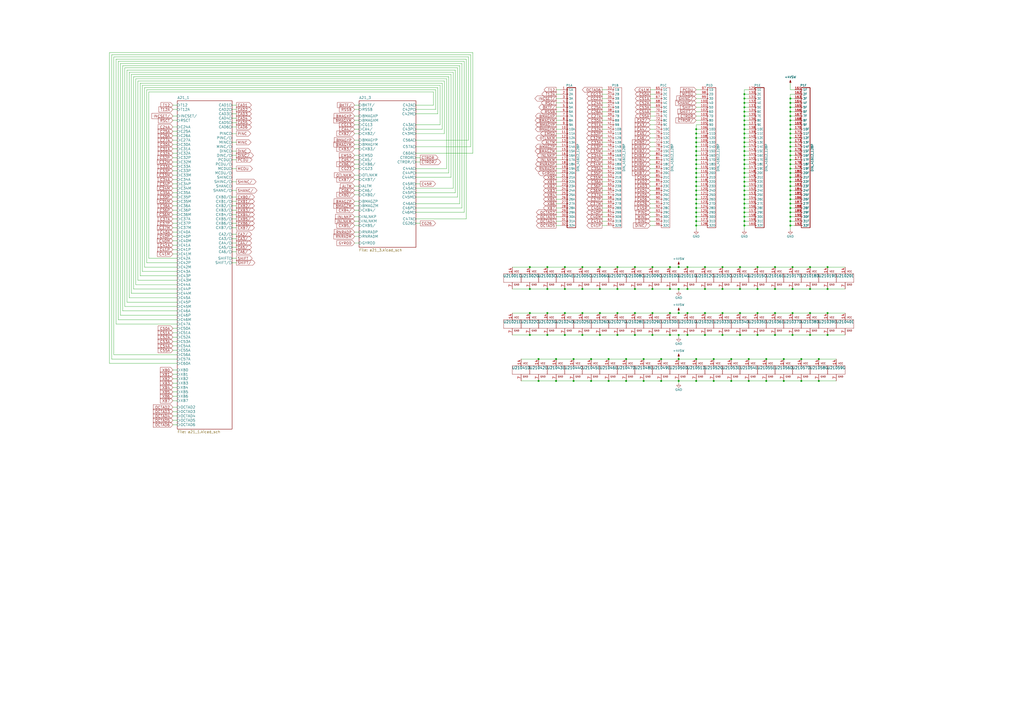
<source format=kicad_sch>
(kicad_sch (version 20211123) (generator eeschema)
  (paper "A2")
  (junction (at 358.14 194.31))
  (junction (at 439.42 167.64))
  (junction (at 383.54 208.28))
  (junction (at 458.47 95.25))
  (junction (at 419.1 154.94))
  (junction (at 431.8 97.79))
  (junction (at 398.78 181.61))
  (junction (at 449.58 194.31))
  (junction (at 459.74 167.64))
  (junction (at 439.42 194.31))
  (junction (at 332.74 220.98))
  (junction (at 317.5 167.64))
  (junction (at 403.86 110.49))
  (junction (at 403.86 80.01))
  (junction (at 403.86 97.79))
  (junction (at 469.9 181.61))
  (junction (at 342.9 220.98))
  (junction (at 431.8 87.63))
  (junction (at 458.47 105.41))
  (junction (at 480.06 167.64))
  (junction (at 327.66 194.31))
  (junction (at 403.86 74.93))
  (junction (at 459.74 181.61))
  (junction (at 388.62 181.61))
  (junction (at 368.3 167.64))
  (junction (at 458.47 69.85))
  (junction (at 458.47 97.79))
  (junction (at 480.06 181.61))
  (junction (at 431.8 102.87))
  (junction (at 449.58 154.94))
  (junction (at 431.8 67.31))
  (junction (at 444.5 220.98))
  (junction (at 403.86 220.98))
  (junction (at 431.8 72.39))
  (junction (at 353.06 208.28))
  (junction (at 458.47 80.01))
  (junction (at 431.8 125.73))
  (junction (at 431.8 105.41))
  (junction (at 464.82 220.98))
  (junction (at 403.86 87.63))
  (junction (at 439.42 154.94))
  (junction (at 403.86 120.65))
  (junction (at 458.47 87.63))
  (junction (at 431.8 64.77))
  (junction (at 337.82 154.94))
  (junction (at 464.82 208.28))
  (junction (at 474.98 208.28))
  (junction (at 458.47 57.15))
  (junction (at 388.62 167.64))
  (junction (at 431.8 90.17))
  (junction (at 317.5 154.94))
  (junction (at 458.47 72.39))
  (junction (at 429.26 167.64))
  (junction (at 307.34 194.31))
  (junction (at 403.86 115.57))
  (junction (at 347.98 194.31))
  (junction (at 398.78 194.31))
  (junction (at 431.8 100.33))
  (junction (at 403.86 100.33))
  (junction (at 419.1 181.61))
  (junction (at 403.86 130.81))
  (junction (at 347.98 167.64))
  (junction (at 378.46 181.61))
  (junction (at 327.66 181.61))
  (junction (at 403.86 95.25))
  (junction (at 363.22 208.28))
  (junction (at 458.47 123.19))
  (junction (at 378.46 167.64))
  (junction (at 480.06 194.31))
  (junction (at 469.9 154.94))
  (junction (at 393.7 154.94))
  (junction (at 358.14 154.94))
  (junction (at 458.47 82.55))
  (junction (at 458.47 85.09))
  (junction (at 408.94 181.61))
  (junction (at 403.86 90.17))
  (junction (at 431.8 74.93))
  (junction (at 449.58 167.64))
  (junction (at 458.47 77.47))
  (junction (at 431.8 82.55))
  (junction (at 431.8 128.27))
  (junction (at 458.47 92.71))
  (junction (at 373.38 208.28))
  (junction (at 424.18 208.28))
  (junction (at 378.46 154.94))
  (junction (at 312.42 208.28))
  (junction (at 368.3 194.31))
  (junction (at 458.47 74.93))
  (junction (at 431.8 118.11))
  (junction (at 403.86 118.11))
  (junction (at 403.86 85.09))
  (junction (at 414.02 220.98))
  (junction (at 322.58 220.98))
  (junction (at 431.8 110.49))
  (junction (at 459.74 154.94))
  (junction (at 312.42 220.98))
  (junction (at 458.47 62.23))
  (junction (at 347.98 181.61))
  (junction (at 431.8 69.85))
  (junction (at 431.8 85.09))
  (junction (at 419.1 194.31))
  (junction (at 469.9 167.64))
  (junction (at 347.98 154.94))
  (junction (at 458.47 128.27))
  (junction (at 480.06 154.94))
  (junction (at 434.34 220.98))
  (junction (at 388.62 154.94))
  (junction (at 393.7 194.31))
  (junction (at 458.47 100.33))
  (junction (at 307.34 181.61))
  (junction (at 403.86 125.73))
  (junction (at 337.82 194.31))
  (junction (at 403.86 105.41))
  (junction (at 431.8 120.65))
  (junction (at 373.38 220.98))
  (junction (at 403.86 77.47))
  (junction (at 429.26 181.61))
  (junction (at 454.66 208.28))
  (junction (at 458.47 125.73))
  (junction (at 403.86 128.27))
  (junction (at 459.74 194.31))
  (junction (at 458.47 110.49))
  (junction (at 393.7 181.61))
  (junction (at 458.47 107.95))
  (junction (at 398.78 167.64))
  (junction (at 393.7 208.28))
  (junction (at 393.7 220.98))
  (junction (at 474.98 220.98))
  (junction (at 403.86 123.19))
  (junction (at 434.34 208.28))
  (junction (at 431.8 80.01))
  (junction (at 368.3 181.61))
  (junction (at 337.82 181.61))
  (junction (at 383.54 220.98))
  (junction (at 337.82 167.64))
  (junction (at 393.7 167.64))
  (junction (at 363.22 220.98))
  (junction (at 431.8 92.71))
  (junction (at 322.58 208.28))
  (junction (at 429.26 194.31))
  (junction (at 424.18 220.98))
  (junction (at 431.8 115.57))
  (junction (at 469.9 194.31))
  (junction (at 458.47 67.31))
  (junction (at 431.8 130.81))
  (junction (at 342.9 208.28))
  (junction (at 414.02 208.28))
  (junction (at 408.94 167.64))
  (junction (at 317.5 181.61))
  (junction (at 307.34 167.64))
  (junction (at 431.8 77.47))
  (junction (at 419.1 167.64))
  (junction (at 403.86 82.55))
  (junction (at 327.66 154.94))
  (junction (at 403.86 102.87))
  (junction (at 439.42 181.61))
  (junction (at 403.86 208.28))
  (junction (at 431.8 59.69))
  (junction (at 454.66 220.98))
  (junction (at 458.47 130.81))
  (junction (at 431.8 123.19))
  (junction (at 358.14 181.61))
  (junction (at 327.66 167.64))
  (junction (at 403.86 92.71))
  (junction (at 408.94 194.31))
  (junction (at 353.06 220.98))
  (junction (at 458.47 113.03))
  (junction (at 403.86 107.95))
  (junction (at 444.5 208.28))
  (junction (at 431.8 54.61))
  (junction (at 358.14 167.64))
  (junction (at 449.58 181.61))
  (junction (at 431.8 57.15))
  (junction (at 408.94 154.94))
  (junction (at 458.47 59.69))
  (junction (at 458.47 102.87))
  (junction (at 458.47 64.77))
  (junction (at 431.8 113.03))
  (junction (at 458.47 90.17))
  (junction (at 378.46 194.31))
  (junction (at 458.47 115.57))
  (junction (at 317.5 194.31))
  (junction (at 458.47 118.11))
  (junction (at 398.78 154.94))
  (junction (at 307.34 154.94))
  (junction (at 431.8 62.23))
  (junction (at 431.8 95.25))
  (junction (at 431.8 107.95))
  (junction (at 403.86 113.03))
  (junction (at 429.26 154.94))
  (junction (at 368.3 154.94))
  (junction (at 388.62 194.31))
  (junction (at 458.47 120.65))
  (junction (at 332.74 208.28))
  (wire (pts (xy 102.87 127) (xy 100.33 127)))
  (wire (pts (xy 82.55 49.53) (xy 82.55 157.48)))
  (wire (pts (xy 351.79 64.77) (xy 349.25 64.77)))
  (wire (pts (xy 208.28 74.93) (xy 205.74 74.93)))
  (wire (pts (xy 66.04 205.74) (xy 102.87 205.74)))
  (wire (pts (xy 325.12 52.07) (xy 322.58 52.07)))
  (wire (pts (xy 134.62 77.47) (xy 137.16 77.47)))
  (wire (pts (xy 458.47 72.39) (xy 458.47 74.93)))
  (wire (pts (xy 85.09 152.4) (xy 102.87 152.4)))
  (wire (pts (xy 458.47 125.73) (xy 458.47 128.27)))
  (wire (pts (xy 260.35 44.45) (xy 77.47 44.45)))
  (wire (pts (xy 458.47 74.93) (xy 461.01 74.93)))
  (wire (pts (xy 403.86 120.65) (xy 403.86 123.19)))
  (wire (pts (xy 458.47 113.03) (xy 458.47 115.57)))
  (wire (pts (xy 403.86 110.49) (xy 403.86 113.03)))
  (wire (pts (xy 351.79 107.95) (xy 349.25 107.95)))
  (wire (pts (xy 102.87 124.46) (xy 100.33 124.46)))
  (wire (pts (xy 102.87 227.33) (xy 100.33 227.33)))
  (wire (pts (xy 431.8 82.55) (xy 434.34 82.55)))
  (wire (pts (xy 102.87 129.54) (xy 100.33 129.54)))
  (wire (pts (xy 67.31 187.96) (xy 102.87 187.96)))
  (wire (pts (xy 325.12 82.55) (xy 322.58 82.55)))
  (wire (pts (xy 269.24 35.56) (xy 68.58 35.56)))
  (wire (pts (xy 102.87 219.71) (xy 100.33 219.71)))
  (wire (pts (xy 267.97 120.65) (xy 267.97 36.83)))
  (wire (pts (xy 82.55 157.48) (xy 102.87 157.48)))
  (wire (pts (xy 102.87 116.84) (xy 100.33 116.84)))
  (wire (pts (xy 102.87 69.85) (xy 100.33 69.85)))
  (wire (pts (xy 379.73 92.71) (xy 377.19 92.71)))
  (wire (pts (xy 378.46 181.61) (xy 368.3 181.61)))
  (wire (pts (xy 458.47 59.69) (xy 461.01 59.69)))
  (wire (pts (xy 134.62 114.3) (xy 137.16 114.3)))
  (wire (pts (xy 264.16 111.76) (xy 264.16 40.64)))
  (wire (pts (xy 208.28 134.62) (xy 205.74 134.62)))
  (wire (pts (xy 458.47 85.09) (xy 458.47 87.63)))
  (wire (pts (xy 403.86 87.63) (xy 406.4 87.63)))
  (wire (pts (xy 431.8 100.33) (xy 431.8 102.87)))
  (wire (pts (xy 379.73 130.81) (xy 377.19 130.81)))
  (wire (pts (xy 458.47 64.77) (xy 461.01 64.77)))
  (wire (pts (xy 64.77 31.75) (xy 64.77 208.28)))
  (wire (pts (xy 458.47 85.09) (xy 461.01 85.09)))
  (wire (pts (xy 241.3 120.65) (xy 267.97 120.65)))
  (wire (pts (xy 208.28 125.73) (xy 205.74 125.73)))
  (wire (pts (xy 327.66 181.61) (xy 317.5 181.61)))
  (wire (pts (xy 317.5 181.61) (xy 307.34 181.61)))
  (wire (pts (xy 134.62 73.66) (xy 137.16 73.66)))
  (wire (pts (xy 431.8 64.77) (xy 434.34 64.77)))
  (wire (pts (xy 325.12 100.33) (xy 322.58 100.33)))
  (wire (pts (xy 325.12 85.09) (xy 322.58 85.09)))
  (wire (pts (xy 431.8 77.47) (xy 431.8 80.01)))
  (wire (pts (xy 241.3 77.47) (xy 257.81 77.47)))
  (wire (pts (xy 312.42 220.98) (xy 322.58 220.98)))
  (wire (pts (xy 327.66 167.64) (xy 337.82 167.64)))
  (wire (pts (xy 458.47 59.69) (xy 458.47 62.23)))
  (wire (pts (xy 458.47 97.79) (xy 458.47 100.33)))
  (wire (pts (xy 403.86 102.87) (xy 406.4 102.87)))
  (wire (pts (xy 403.86 125.73) (xy 406.4 125.73)))
  (wire (pts (xy 458.47 57.15) (xy 458.47 59.69)))
  (wire (pts (xy 368.3 181.61) (xy 358.14 181.61)))
  (wire (pts (xy 363.22 220.98) (xy 373.38 220.98)))
  (wire (pts (xy 431.8 64.77) (xy 431.8 67.31)))
  (wire (pts (xy 77.47 44.45) (xy 77.47 167.64)))
  (wire (pts (xy 393.7 181.61) (xy 388.62 181.61)))
  (wire (pts (xy 337.82 167.64) (xy 347.98 167.64)))
  (wire (pts (xy 271.78 33.02) (xy 66.04 33.02)))
  (wire (pts (xy 267.97 36.83) (xy 69.85 36.83)))
  (wire (pts (xy 241.3 85.09) (xy 273.05 85.09)))
  (wire (pts (xy 458.47 110.49) (xy 461.01 110.49)))
  (wire (pts (xy 274.32 88.9) (xy 274.32 30.48)))
  (wire (pts (xy 307.34 194.31) (xy 317.5 194.31)))
  (wire (pts (xy 68.58 35.56) (xy 68.58 185.42)))
  (wire (pts (xy 458.47 128.27) (xy 458.47 130.81)))
  (wire (pts (xy 102.87 76.2) (xy 100.33 76.2)))
  (wire (pts (xy 351.79 77.47) (xy 349.25 77.47)))
  (wire (pts (xy 351.79 87.63) (xy 349.25 87.63)))
  (wire (pts (xy 379.73 125.73) (xy 377.19 125.73)))
  (wire (pts (xy 358.14 194.31) (xy 368.3 194.31)))
  (wire (pts (xy 431.8 67.31) (xy 431.8 69.85)))
  (wire (pts (xy 102.87 195.58) (xy 100.33 195.58)))
  (wire (pts (xy 403.86 110.49) (xy 406.4 110.49)))
  (wire (pts (xy 403.86 80.01) (xy 403.86 82.55)))
  (wire (pts (xy 431.8 85.09) (xy 434.34 85.09)))
  (wire (pts (xy 431.8 105.41) (xy 431.8 107.95)))
  (wire (pts (xy 102.87 147.32) (xy 100.33 147.32)))
  (wire (pts (xy 102.87 198.12) (xy 100.33 198.12)))
  (wire (pts (xy 403.86 80.01) (xy 406.4 80.01)))
  (wire (pts (xy 458.47 97.79) (xy 461.01 97.79)))
  (wire (pts (xy 102.87 81.28) (xy 100.33 81.28)))
  (wire (pts (xy 254 50.8) (xy 83.82 50.8)))
  (wire (pts (xy 458.47 72.39) (xy 461.01 72.39)))
  (wire (pts (xy 424.18 220.98) (xy 434.34 220.98)))
  (wire (pts (xy 403.86 72.39) (xy 406.4 72.39)))
  (wire (pts (xy 379.73 95.25) (xy 377.19 95.25)))
  (wire (pts (xy 431.8 105.41) (xy 434.34 105.41)))
  (wire (pts (xy 342.9 220.98) (xy 353.06 220.98)))
  (wire (pts (xy 102.87 73.66) (xy 100.33 73.66)))
  (wire (pts (xy 458.47 80.01) (xy 458.47 82.55)))
  (wire (pts (xy 458.47 52.07) (xy 458.47 48.26)))
  (wire (pts (xy 351.79 72.39) (xy 349.25 72.39)))
  (wire (pts (xy 379.73 72.39) (xy 377.19 72.39)))
  (wire (pts (xy 260.35 100.33) (xy 260.35 44.45)))
  (wire (pts (xy 353.06 208.28) (xy 342.9 208.28)))
  (wire (pts (xy 388.62 167.64) (xy 393.7 167.64)))
  (wire (pts (xy 431.8 128.27) (xy 434.34 128.27)))
  (wire (pts (xy 431.8 123.19) (xy 434.34 123.19)))
  (wire (pts (xy 241.3 88.9) (xy 274.32 88.9)))
  (wire (pts (xy 414.02 220.98) (xy 424.18 220.98)))
  (wire (pts (xy 464.82 220.98) (xy 474.98 220.98)))
  (wire (pts (xy 102.87 78.74) (xy 100.33 78.74)))
  (wire (pts (xy 449.58 194.31) (xy 459.74 194.31)))
  (wire (pts (xy 393.7 167.64) (xy 398.78 167.64)))
  (wire (pts (xy 262.89 109.22) (xy 262.89 41.91)))
  (wire (pts (xy 134.62 152.4) (xy 137.16 152.4)))
  (wire (pts (xy 388.62 194.31) (xy 393.7 194.31)))
  (wire (pts (xy 351.79 67.31) (xy 349.25 67.31)))
  (wire (pts (xy 134.62 97.79) (xy 137.16 97.79)))
  (wire (pts (xy 458.47 105.41) (xy 461.01 105.41)))
  (wire (pts (xy 102.87 203.2) (xy 100.33 203.2)))
  (wire (pts (xy 102.87 232.41) (xy 100.33 232.41)))
  (wire (pts (xy 379.73 85.09) (xy 377.19 85.09)))
  (wire (pts (xy 458.47 95.25) (xy 461.01 95.25)))
  (wire (pts (xy 403.86 128.27) (xy 403.86 130.81)))
  (wire (pts (xy 431.8 72.39) (xy 431.8 74.93)))
  (wire (pts (xy 102.87 114.3) (xy 100.33 114.3)))
  (wire (pts (xy 325.12 128.27) (xy 322.58 128.27)))
  (wire (pts (xy 76.2 170.18) (xy 102.87 170.18)))
  (wire (pts (xy 102.87 63.5) (xy 100.33 63.5)))
  (wire (pts (xy 327.66 194.31) (xy 337.82 194.31)))
  (wire (pts (xy 102.87 104.14) (xy 100.33 104.14)))
  (wire (pts (xy 63.5 210.82) (xy 102.87 210.82)))
  (wire (pts (xy 403.86 87.63) (xy 403.86 90.17)))
  (wire (pts (xy 439.42 154.94) (xy 449.58 154.94)))
  (wire (pts (xy 251.46 60.96) (xy 251.46 53.34)))
  (wire (pts (xy 134.62 82.55) (xy 137.16 82.55)))
  (wire (pts (xy 255.27 49.53) (xy 82.55 49.53)))
  (wire (pts (xy 102.87 60.96) (xy 100.33 60.96)))
  (wire (pts (xy 325.12 105.41) (xy 322.58 105.41)))
  (wire (pts (xy 325.12 123.19) (xy 322.58 123.19)))
  (wire (pts (xy 431.8 57.15) (xy 434.34 57.15)))
  (wire (pts (xy 102.87 246.38) (xy 100.33 246.38)))
  (wire (pts (xy 449.58 154.94) (xy 459.74 154.94)))
  (wire (pts (xy 458.47 62.23) (xy 458.47 64.77)))
  (wire (pts (xy 403.86 97.79) (xy 403.86 100.33)))
  (wire (pts (xy 351.79 130.81) (xy 349.25 130.81)))
  (wire (pts (xy 241.3 72.39) (xy 255.27 72.39)))
  (wire (pts (xy 134.62 60.96) (xy 137.16 60.96)))
  (wire (pts (xy 134.62 110.49) (xy 137.16 110.49)))
  (wire (pts (xy 431.8 120.65) (xy 431.8 123.19)))
  (wire (pts (xy 73.66 175.26) (xy 102.87 175.26)))
  (wire (pts (xy 259.08 97.79) (xy 259.08 45.72)))
  (wire (pts (xy 458.47 90.17) (xy 458.47 92.71)))
  (wire (pts (xy 307.34 181.61) (xy 297.18 181.61)))
  (wire (pts (xy 241.3 74.93) (xy 256.54 74.93)))
  (wire (pts (xy 368.3 154.94) (xy 378.46 154.94)))
  (wire (pts (xy 403.86 128.27) (xy 406.4 128.27)))
  (wire (pts (xy 458.47 67.31) (xy 458.47 69.85)))
  (wire (pts (xy 429.26 194.31) (xy 439.42 194.31)))
  (wire (pts (xy 379.73 74.93) (xy 377.19 74.93)))
  (wire (pts (xy 393.7 194.31) (xy 398.78 194.31)))
  (wire (pts (xy 431.8 85.09) (xy 431.8 87.63)))
  (wire (pts (xy 406.4 57.15) (xy 403.86 57.15)))
  (wire (pts (xy 351.79 110.49) (xy 349.25 110.49)))
  (wire (pts (xy 393.7 220.98) (xy 403.86 220.98)))
  (wire (pts (xy 208.28 140.97) (xy 205.74 140.97)))
  (wire (pts (xy 403.86 130.81) (xy 403.86 133.35)))
  (wire (pts (xy 208.28 113.03) (xy 205.74 113.03)))
  (wire (pts (xy 431.8 92.71) (xy 434.34 92.71)))
  (wire (pts (xy 431.8 74.93) (xy 431.8 77.47)))
  (wire (pts (xy 393.7 208.28) (xy 383.54 208.28)))
  (wire (pts (xy 403.86 85.09) (xy 406.4 85.09)))
  (wire (pts (xy 424.18 208.28) (xy 414.02 208.28)))
  (wire (pts (xy 458.47 77.47) (xy 461.01 77.47)))
  (wire (pts (xy 403.86 74.93) (xy 403.86 77.47)))
  (wire (pts (xy 257.81 77.47) (xy 257.81 46.99)))
  (wire (pts (xy 458.47 62.23) (xy 461.01 62.23)))
  (wire (pts (xy 431.8 110.49) (xy 434.34 110.49)))
  (wire (pts (xy 241.3 100.33) (xy 260.35 100.33)))
  (wire (pts (xy 69.85 182.88) (xy 102.87 182.88)))
  (wire (pts (xy 102.87 200.66) (xy 100.33 200.66)))
  (wire (pts (xy 379.73 52.07) (xy 377.19 52.07)))
  (wire (pts (xy 431.8 57.15) (xy 431.8 59.69)))
  (wire (pts (xy 86.36 149.86) (xy 102.87 149.86)))
  (wire (pts (xy 102.87 217.17) (xy 100.33 217.17)))
  (wire (pts (xy 431.8 67.31) (xy 434.34 67.31)))
  (wire (pts (xy 325.12 120.65) (xy 322.58 120.65)))
  (wire (pts (xy 431.8 113.03) (xy 434.34 113.03)))
  (wire (pts (xy 431.8 130.81) (xy 431.8 133.35)))
  (wire (pts (xy 379.73 107.95) (xy 377.19 107.95)))
  (wire (pts (xy 431.8 110.49) (xy 431.8 113.03)))
  (wire (pts (xy 414.02 208.28) (xy 403.86 208.28)))
  (wire (pts (xy 259.08 45.72) (xy 78.74 45.72)))
  (wire (pts (xy 208.28 104.14) (xy 205.74 104.14)))
  (wire (pts (xy 431.8 80.01) (xy 434.34 80.01)))
  (wire (pts (xy 458.47 105.41) (xy 458.47 107.95)))
  (wire (pts (xy 458.47 67.31) (xy 461.01 67.31)))
  (wire (pts (xy 208.28 95.25) (xy 205.74 95.25)))
  (wire (pts (xy 458.47 115.57) (xy 458.47 118.11)))
  (wire (pts (xy 431.8 130.81) (xy 434.34 130.81)))
  (wire (pts (xy 398.78 167.64) (xy 408.94 167.64)))
  (wire (pts (xy 351.79 82.55) (xy 349.25 82.55)))
  (wire (pts (xy 403.86 92.71) (xy 403.86 95.25)))
  (wire (pts (xy 256.54 74.93) (xy 256.54 48.26)))
  (wire (pts (xy 317.5 194.31) (xy 327.66 194.31)))
  (wire (pts (xy 431.8 115.57) (xy 434.34 115.57)))
  (wire (pts (xy 208.28 83.82) (xy 205.74 83.82)))
  (wire (pts (xy 480.06 154.94) (xy 490.22 154.94)))
  (wire (pts (xy 208.28 67.31) (xy 205.74 67.31)))
  (wire (pts (xy 208.28 77.47) (xy 205.74 77.47)))
  (wire (pts (xy 66.04 33.02) (xy 66.04 205.74)))
  (wire (pts (xy 265.43 114.3) (xy 265.43 39.37)))
  (wire (pts (xy 351.79 52.07) (xy 349.25 52.07)))
  (wire (pts (xy 325.12 97.79) (xy 322.58 97.79)))
  (wire (pts (xy 134.62 129.54) (xy 137.16 129.54)))
  (wire (pts (xy 458.47 102.87) (xy 458.47 105.41)))
  (wire (pts (xy 429.26 154.94) (xy 439.42 154.94)))
  (wire (pts (xy 458.47 110.49) (xy 458.47 113.03)))
  (wire (pts (xy 358.14 154.94) (xy 368.3 154.94)))
  (wire (pts (xy 102.87 224.79) (xy 100.33 224.79)))
  (wire (pts (xy 347.98 154.94) (xy 358.14 154.94)))
  (wire (pts (xy 241.3 81.28) (xy 271.78 81.28)))
  (wire (pts (xy 388.62 154.94) (xy 393.7 154.94)))
  (wire (pts (xy 474.98 220.98) (xy 485.14 220.98)))
  (wire (pts (xy 458.47 77.47) (xy 458.47 80.01)))
  (wire (pts (xy 379.73 90.17) (xy 377.19 90.17)))
  (wire (pts (xy 208.28 101.6) (xy 205.74 101.6)))
  (wire (pts (xy 325.12 113.03) (xy 322.58 113.03)))
  (wire (pts (xy 464.82 208.28) (xy 454.66 208.28)))
  (wire (pts (xy 351.79 69.85) (xy 349.25 69.85)))
  (wire (pts (xy 351.79 62.23) (xy 349.25 62.23)))
  (wire (pts (xy 429.26 167.64) (xy 439.42 167.64)))
  (wire (pts (xy 454.66 208.28) (xy 444.5 208.28)))
  (wire (pts (xy 102.87 241.3) (xy 100.33 241.3)))
  (wire (pts (xy 431.8 52.07) (xy 431.8 54.61)))
  (wire (pts (xy 86.36 53.34) (xy 86.36 149.86)))
  (wire (pts (xy 325.12 102.87) (xy 322.58 102.87)))
  (wire (pts (xy 379.73 59.69) (xy 377.19 59.69)))
  (wire (pts (xy 406.4 64.77) (xy 403.86 64.77)))
  (wire (pts (xy 431.8 125.73) (xy 434.34 125.73)))
  (wire (pts (xy 64.77 208.28) (xy 102.87 208.28)))
  (wire (pts (xy 379.73 118.11) (xy 377.19 118.11)))
  (wire (pts (xy 379.73 67.31) (xy 377.19 67.31)))
  (wire (pts (xy 351.79 128.27) (xy 349.25 128.27)))
  (wire (pts (xy 76.2 43.18) (xy 76.2 170.18)))
  (wire (pts (xy 459.74 154.94) (xy 469.9 154.94)))
  (wire (pts (xy 307.34 167.64) (xy 317.5 167.64)))
  (wire (pts (xy 379.73 113.03) (xy 377.19 113.03)))
  (wire (pts (xy 241.3 60.96) (xy 251.46 60.96)))
  (wire (pts (xy 458.47 69.85) (xy 461.01 69.85)))
  (wire (pts (xy 458.47 87.63) (xy 458.47 90.17)))
  (wire (pts (xy 458.47 113.03) (xy 461.01 113.03)))
  (wire (pts (xy 431.8 115.57) (xy 431.8 118.11)))
  (wire (pts (xy 431.8 69.85) (xy 434.34 69.85)))
  (wire (pts (xy 403.86 77.47) (xy 403.86 80.01)))
  (wire (pts (xy 208.28 128.27) (xy 205.74 128.27)))
  (wire (pts (xy 408.94 167.64) (xy 419.1 167.64)))
  (wire (pts (xy 431.8 128.27) (xy 431.8 130.81)))
  (wire (pts (xy 134.62 143.51) (xy 137.16 143.51)))
  (wire (pts (xy 458.47 92.71) (xy 461.01 92.71)))
  (wire (pts (xy 102.87 134.62) (xy 100.33 134.62)))
  (wire (pts (xy 208.28 72.39) (xy 205.74 72.39)))
  (wire (pts (xy 379.73 105.41) (xy 377.19 105.41)))
  (wire (pts (xy 325.12 95.25) (xy 322.58 95.25)))
  (wire (pts (xy 353.06 220.98) (xy 363.22 220.98)))
  (wire (pts (xy 134.62 105.41) (xy 137.16 105.41)))
  (wire (pts (xy 325.12 87.63) (xy 322.58 87.63)))
  (wire (pts (xy 134.62 68.58) (xy 137.16 68.58)))
  (wire (pts (xy 379.73 123.19) (xy 377.19 123.19)))
  (wire (pts (xy 325.12 54.61) (xy 322.58 54.61)))
  (wire (pts (xy 102.87 91.44) (xy 100.33 91.44)))
  (wire (pts (xy 69.85 36.83) (xy 69.85 182.88)))
  (wire (pts (xy 74.93 172.72) (xy 102.87 172.72)))
  (wire (pts (xy 241.3 102.87) (xy 261.62 102.87)))
  (wire (pts (xy 325.12 90.17) (xy 322.58 90.17)))
  (wire (pts (xy 261.62 43.18) (xy 76.2 43.18)))
  (wire (pts (xy 325.12 130.81) (xy 322.58 130.81)))
  (wire (pts (xy 403.86 107.95) (xy 406.4 107.95)))
  (wire (pts (xy 393.7 194.31) (xy 393.7 195.58)))
  (wire (pts (xy 480.06 167.64) (xy 490.22 167.64)))
  (wire (pts (xy 102.87 86.36) (xy 100.33 86.36)))
  (wire (pts (xy 78.74 45.72) (xy 78.74 165.1)))
  (wire (pts (xy 351.79 57.15) (xy 349.25 57.15)))
  (wire (pts (xy 351.79 54.61) (xy 349.25 54.61)))
  (wire (pts (xy 325.12 107.95) (xy 322.58 107.95)))
  (wire (pts (xy 480.06 194.31) (xy 490.22 194.31)))
  (wire (pts (xy 102.87 119.38) (xy 100.33 119.38)))
  (wire (pts (xy 241.3 118.11) (xy 266.7 118.11)))
  (wire (pts (xy 332.74 208.28) (xy 322.58 208.28)))
  (wire (pts (xy 266.7 118.11) (xy 266.7 38.1)))
  (wire (pts (xy 379.73 87.63) (xy 377.19 87.63)))
  (wire (pts (xy 393.7 154.94) (xy 398.78 154.94)))
  (wire (pts (xy 434.34 208.28) (xy 424.18 208.28)))
  (wire (pts (xy 81.28 160.02) (xy 102.87 160.02)))
  (wire (pts (xy 406.4 62.23) (xy 403.86 62.23)))
  (wire (pts (xy 431.8 90.17) (xy 434.34 90.17)))
  (wire (pts (xy 408.94 181.61) (xy 398.78 181.61)))
  (wire (pts (xy 393.7 180.34) (xy 393.7 181.61)))
  (wire (pts (xy 102.87 243.84) (xy 100.33 243.84)))
  (wire (pts (xy 449.58 181.61) (xy 439.42 181.61)))
  (wire (pts (xy 102.87 111.76) (xy 100.33 111.76)))
  (wire (pts (xy 431.8 107.95) (xy 431.8 110.49)))
  (wire (pts (xy 458.47 123.19) (xy 458.47 125.73)))
  (wire (pts (xy 307.34 154.94) (xy 317.5 154.94)))
  (wire (pts (xy 398.78 194.31) (xy 408.94 194.31)))
  (wire (pts (xy 351.79 97.79) (xy 349.25 97.79)))
  (wire (pts (xy 431.8 95.25) (xy 431.8 97.79)))
  (wire (pts (xy 379.73 120.65) (xy 377.19 120.65)))
  (wire (pts (xy 351.79 115.57) (xy 349.25 115.57)))
  (wire (pts (xy 458.47 130.81) (xy 458.47 133.35)))
  (wire (pts (xy 458.47 92.71) (xy 458.47 95.25)))
  (wire (pts (xy 325.12 77.47) (xy 322.58 77.47)))
  (wire (pts (xy 383.54 208.28) (xy 373.38 208.28)))
  (wire (pts (xy 431.8 120.65) (xy 434.34 120.65)))
  (wire (pts (xy 347.98 194.31) (xy 358.14 194.31)))
  (wire (pts (xy 351.79 125.73) (xy 349.25 125.73)))
  (wire (pts (xy 403.86 72.39) (xy 403.86 74.93)))
  (wire (pts (xy 458.47 100.33) (xy 458.47 102.87)))
  (wire (pts (xy 461.01 57.15) (xy 458.47 57.15)))
  (wire (pts (xy 241.3 106.68) (xy 243.84 106.68)))
  (wire (pts (xy 431.8 102.87) (xy 434.34 102.87)))
  (wire (pts (xy 403.86 130.81) (xy 406.4 130.81)))
  (wire (pts (xy 134.62 119.38) (xy 137.16 119.38)))
  (wire (pts (xy 388.62 181.61) (xy 378.46 181.61)))
  (wire (pts (xy 379.73 100.33) (xy 377.19 100.33)))
  (wire (pts (xy 312.42 208.28) (xy 302.26 208.28)))
  (wire (pts (xy 102.87 144.78) (xy 100.33 144.78)))
  (wire (pts (xy 271.78 81.28) (xy 271.78 33.02)))
  (wire (pts (xy 241.3 93.98) (xy 243.84 93.98)))
  (wire (pts (xy 252.73 63.5) (xy 252.73 52.07)))
  (wire (pts (xy 325.12 62.23) (xy 322.58 62.23)))
  (wire (pts (xy 403.86 118.11) (xy 403.86 120.65)))
  (wire (pts (xy 241.3 114.3) (xy 265.43 114.3)))
  (wire (pts (xy 403.86 95.25) (xy 406.4 95.25)))
  (wire (pts (xy 351.79 123.19) (xy 349.25 123.19)))
  (wire (pts (xy 71.12 180.34) (xy 102.87 180.34)))
  (wire (pts (xy 458.47 100.33) (xy 461.01 100.33)))
  (wire (pts (xy 406.4 67.31) (xy 403.86 67.31)))
  (wire (pts (xy 368.3 167.64) (xy 378.46 167.64)))
  (wire (pts (xy 208.28 137.16) (xy 205.74 137.16)))
  (wire (pts (xy 403.86 105.41) (xy 406.4 105.41)))
  (wire (pts (xy 458.47 54.61) (xy 458.47 57.15)))
  (wire (pts (xy 325.12 57.15) (xy 322.58 57.15)))
  (wire (pts (xy 208.28 121.92) (xy 205.74 121.92)))
  (wire (pts (xy 469.9 194.31) (xy 480.06 194.31)))
  (wire (pts (xy 134.62 66.04) (xy 137.16 66.04)))
  (wire (pts (xy 403.86 105.41) (xy 403.86 107.95)))
  (wire (pts (xy 469.9 154.94) (xy 480.06 154.94)))
  (wire (pts (xy 241.3 111.76) (xy 264.16 111.76)))
  (wire (pts (xy 358.14 181.61) (xy 347.98 181.61)))
  (wire (pts (xy 431.8 87.63) (xy 431.8 90.17)))
  (wire (pts (xy 102.87 106.68) (xy 100.33 106.68)))
  (wire (pts (xy 419.1 194.31) (xy 429.26 194.31)))
  (wire (pts (xy 431.8 97.79) (xy 431.8 100.33)))
  (wire (pts (xy 351.79 80.01) (xy 349.25 80.01)))
  (wire (pts (xy 408.94 194.31) (xy 419.1 194.31)))
  (wire (pts (xy 134.62 71.12) (xy 137.16 71.12)))
  (wire (pts (xy 379.73 110.49) (xy 377.19 110.49)))
  (wire (pts (xy 458.47 115.57) (xy 461.01 115.57)))
  (wire (pts (xy 351.79 85.09) (xy 349.25 85.09)))
  (wire (pts (xy 102.87 193.04) (xy 100.33 193.04)))
  (wire (pts (xy 379.73 77.47) (xy 377.19 77.47)))
  (wire (pts (xy 431.8 82.55) (xy 431.8 85.09)))
  (wire (pts (xy 379.73 54.61) (xy 377.19 54.61)))
  (wire (pts (xy 379.73 57.15) (xy 377.19 57.15)))
  (wire (pts (xy 431.8 80.01) (xy 431.8 82.55)))
  (wire (pts (xy 337.82 194.31) (xy 347.98 194.31)))
  (wire (pts (xy 403.86 107.95) (xy 403.86 110.49)))
  (wire (pts (xy 208.28 110.49) (xy 205.74 110.49)))
  (wire (pts (xy 102.87 109.22) (xy 100.33 109.22)))
  (wire (pts (xy 431.8 87.63) (xy 434.34 87.63)))
  (wire (pts (xy 429.26 181.61) (xy 419.1 181.61)))
  (wire (pts (xy 373.38 220.98) (xy 383.54 220.98)))
  (wire (pts (xy 102.87 238.76) (xy 100.33 238.76)))
  (wire (pts (xy 469.9 167.64) (xy 480.06 167.64)))
  (wire (pts (xy 102.87 142.24) (xy 100.33 142.24)))
  (wire (pts (xy 403.86 90.17) (xy 403.86 92.71)))
  (wire (pts (xy 351.79 118.11) (xy 349.25 118.11)))
  (wire (pts (xy 431.8 95.25) (xy 434.34 95.25)))
  (wire (pts (xy 266.7 38.1) (xy 71.12 38.1)))
  (wire (pts (xy 134.62 140.97) (xy 137.16 140.97)))
  (wire (pts (xy 241.3 63.5) (xy 252.73 63.5)))
  (wire (pts (xy 469.9 181.61) (xy 459.74 181.61)))
  (wire (pts (xy 252.73 52.07) (xy 85.09 52.07)))
  (wire (pts (xy 85.09 52.07) (xy 85.09 152.4)))
  (wire (pts (xy 68.58 185.42) (xy 102.87 185.42)))
  (wire (pts (xy 434.34 220.98) (xy 444.5 220.98)))
  (wire (pts (xy 431.8 92.71) (xy 431.8 95.25)))
  (wire (pts (xy 80.01 162.56) (xy 102.87 162.56)))
  (wire (pts (xy 325.12 59.69) (xy 322.58 59.69)))
  (wire (pts (xy 134.62 124.46) (xy 137.16 124.46)))
  (wire (pts (xy 431.8 54.61) (xy 431.8 57.15)))
  (wire (pts (xy 406.4 59.69) (xy 403.86 59.69)))
  (wire (pts (xy 274.32 30.48) (xy 63.5 30.48)))
  (wire (pts (xy 398.78 181.61) (xy 393.7 181.61)))
  (wire (pts (xy 403.86 208.28) (xy 393.7 208.28)))
  (wire (pts (xy 431.8 62.23) (xy 431.8 64.77)))
  (wire (pts (xy 378.46 194.31) (xy 388.62 194.31)))
  (wire (pts (xy 273.05 85.09) (xy 273.05 31.75)))
  (wire (pts (xy 327.66 154.94) (xy 337.82 154.94)))
  (wire (pts (xy 351.79 113.03) (xy 349.25 113.03)))
  (wire (pts (xy 431.8 97.79) (xy 434.34 97.79)))
  (wire (pts (xy 431.8 118.11) (xy 434.34 118.11)))
  (wire (pts (xy 379.73 80.01) (xy 377.19 80.01)))
  (wire (pts (xy 208.28 60.96) (xy 205.74 60.96)))
  (wire (pts (xy 102.87 67.31) (xy 100.33 67.31)))
  (wire (pts (xy 72.39 177.8) (xy 102.87 177.8)))
  (wire (pts (xy 208.28 69.85) (xy 205.74 69.85)))
  (wire (pts (xy 379.73 64.77) (xy 377.19 64.77)))
  (wire (pts (xy 431.8 100.33) (xy 434.34 100.33)))
  (wire (pts (xy 208.28 130.81) (xy 205.74 130.81)))
  (wire (pts (xy 351.79 105.41) (xy 349.25 105.41)))
  (wire (pts (xy 134.62 63.5) (xy 137.16 63.5)))
  (wire (pts (xy 444.5 208.28) (xy 434.34 208.28)))
  (wire (pts (xy 73.66 40.64) (xy 73.66 175.26)))
  (wire (pts (xy 134.62 149.86) (xy 137.16 149.86)))
  (wire (pts (xy 368.3 194.31) (xy 378.46 194.31)))
  (wire (pts (xy 458.47 69.85) (xy 458.47 72.39)))
  (wire (pts (xy 351.79 92.71) (xy 349.25 92.71)))
  (wire (pts (xy 134.62 135.89) (xy 137.16 135.89)))
  (wire (pts (xy 351.79 100.33) (xy 349.25 100.33)))
  (wire (pts (xy 378.46 167.64) (xy 388.62 167.64)))
  (wire (pts (xy 434.34 52.07) (xy 431.8 52.07)))
  (wire (pts (xy 373.38 208.28) (xy 363.22 208.28)))
  (wire (pts (xy 71.12 38.1) (xy 71.12 180.34)))
  (wire (pts (xy 134.62 87.63) (xy 137.16 87.63)))
  (wire (pts (xy 325.12 67.31) (xy 322.58 67.31)))
  (wire (pts (xy 403.86 85.09) (xy 403.86 87.63)))
  (wire (pts (xy 458.47 120.65) (xy 461.01 120.65)))
  (wire (pts (xy 102.87 96.52) (xy 100.33 96.52)))
  (wire (pts (xy 379.73 69.85) (xy 377.19 69.85)))
  (wire (pts (xy 444.5 220.98) (xy 454.66 220.98)))
  (wire (pts (xy 302.26 220.98) (xy 312.42 220.98)))
  (wire (pts (xy 67.31 34.29) (xy 67.31 187.96)))
  (wire (pts (xy 77.47 167.64) (xy 102.87 167.64)))
  (wire (pts (xy 134.62 127) (xy 137.16 127)))
  (wire (pts (xy 458.47 82.55) (xy 458.47 85.09)))
  (wire (pts (xy 406.4 69.85) (xy 403.86 69.85)))
  (wire (pts (xy 241.3 109.22) (xy 262.89 109.22)))
  (wire (pts (xy 351.79 74.93) (xy 349.25 74.93)))
  (wire (pts (xy 261.62 102.87) (xy 261.62 43.18)))
  (wire (pts (xy 134.62 121.92) (xy 137.16 121.92)))
  (wire (pts (xy 403.86 92.71) (xy 406.4 92.71)))
  (wire (pts (xy 262.89 41.91) (xy 74.93 41.91)))
  (wire (pts (xy 431.8 118.11) (xy 431.8 120.65)))
  (wire (pts (xy 403.86 220.98) (xy 414.02 220.98)))
  (wire (pts (xy 325.12 115.57) (xy 322.58 115.57)))
  (wire (pts (xy 273.05 31.75) (xy 64.77 31.75)))
  (wire (pts (xy 102.87 139.7) (xy 100.33 139.7)))
  (wire (pts (xy 461.01 54.61) (xy 458.47 54.61)))
  (wire (pts (xy 454.66 220.98) (xy 464.82 220.98)))
  (wire (pts (xy 83.82 154.94) (xy 102.87 154.94)))
  (wire (pts (xy 393.7 207.01) (xy 393.7 208.28)))
  (wire (pts (xy 458.47 128.27) (xy 461.01 128.27)))
  (wire (pts (xy 449.58 167.64) (xy 459.74 167.64)))
  (wire (pts (xy 461.01 52.07) (xy 458.47 52.07)))
  (wire (pts (xy 406.4 54.61) (xy 403.86 54.61)))
  (wire (pts (xy 379.73 102.87) (xy 377.19 102.87)))
  (wire (pts (xy 102.87 99.06) (xy 100.33 99.06)))
  (wire (pts (xy 358.14 167.64) (xy 368.3 167.64)))
  (wire (pts (xy 317.5 154.94) (xy 327.66 154.94)))
  (wire (pts (xy 480.06 181.61) (xy 469.9 181.61)))
  (wire (pts (xy 255.27 72.39) (xy 255.27 49.53)))
  (wire (pts (xy 325.12 69.85) (xy 322.58 69.85)))
  (wire (pts (xy 351.79 95.25) (xy 349.25 95.25)))
  (wire (pts (xy 458.47 125.73) (xy 461.01 125.73)))
  (wire (pts (xy 102.87 236.22) (xy 100.33 236.22)))
  (wire (pts (xy 393.7 167.64) (xy 393.7 168.91)))
  (wire (pts (xy 325.12 92.71) (xy 322.58 92.71)))
  (wire (pts (xy 102.87 137.16) (xy 100.33 137.16)))
  (wire (pts (xy 102.87 101.6) (xy 100.33 101.6)))
  (wire (pts (xy 325.12 74.93) (xy 322.58 74.93)))
  (wire (pts (xy 78.74 165.1) (xy 102.87 165.1)))
  (wire (pts (xy 342.9 208.28) (xy 332.74 208.28)))
  (wire (pts (xy 458.47 123.19) (xy 461.01 123.19)))
  (wire (pts (xy 269.24 123.19) (xy 269.24 35.56)))
  (wire (pts (xy 403.86 77.47) (xy 406.4 77.47)))
  (wire (pts (xy 403.86 100.33) (xy 403.86 102.87)))
  (wire (pts (xy 337.82 181.61) (xy 327.66 181.61)))
  (wire (pts (xy 325.12 110.49) (xy 322.58 110.49)))
  (wire (pts (xy 474.98 208.28) (xy 464.82 208.28)))
  (wire (pts (xy 431.8 107.95) (xy 434.34 107.95)))
  (wire (pts (xy 403.86 118.11) (xy 406.4 118.11)))
  (wire (pts (xy 208.28 97.79) (xy 205.74 97.79)))
  (wire (pts (xy 347.98 181.61) (xy 337.82 181.61)))
  (wire (pts (xy 458.47 90.17) (xy 461.01 90.17)))
  (wire (pts (xy 379.73 115.57) (xy 377.19 115.57)))
  (wire (pts (xy 439.42 181.61) (xy 429.26 181.61)))
  (wire (pts (xy 403.86 95.25) (xy 403.86 97.79)))
  (wire (pts (xy 431.8 102.87) (xy 431.8 105.41)))
  (wire (pts (xy 208.28 119.38) (xy 205.74 119.38)))
  (wire (pts (xy 431.8 62.23) (xy 434.34 62.23)))
  (wire (pts (xy 383.54 220.98) (xy 393.7 220.98)))
  (wire (pts (xy 459.74 181.61) (xy 449.58 181.61)))
  (wire (pts (xy 458.47 120.65) (xy 458.47 123.19)))
  (wire (pts (xy 403.86 102.87) (xy 403.86 105.41)))
  (wire (pts (xy 351.79 102.87) (xy 349.25 102.87)))
  (wire (pts (xy 458.47 107.95) (xy 461.01 107.95)))
  (wire (pts (xy 398.78 154.94) (xy 408.94 154.94)))
  (wire (pts (xy 102.87 83.82) (xy 100.33 83.82)))
  (wire (pts (xy 406.4 52.07) (xy 403.86 52.07)))
  (wire (pts (xy 208.28 90.17) (xy 205.74 90.17)))
  (wire (pts (xy 257.81 46.99) (xy 80.01 46.99)))
  (wire (pts (xy 419.1 181.61) (xy 408.94 181.61)))
  (wire (pts (xy 403.86 125.73) (xy 403.86 128.27)))
  (wire (pts (xy 458.47 64.77) (xy 458.47 67.31)))
  (wire (pts (xy 485.14 208.28) (xy 474.98 208.28)))
  (wire (pts (xy 431.8 59.69) (xy 431.8 62.23)))
  (wire (pts (xy 208.28 92.71) (xy 205.74 92.71)))
  (wire (pts (xy 63.5 30.48) (xy 63.5 210.82)))
  (wire (pts (xy 403.86 115.57) (xy 406.4 115.57)))
  (wire (pts (xy 459.74 167.64) (xy 469.9 167.64)))
  (wire (pts (xy 297.18 194.31) (xy 307.34 194.31)))
  (wire (pts (xy 317.5 167.64) (xy 327.66 167.64)))
  (wire (pts (xy 403.86 113.03) (xy 406.4 113.03)))
  (wire (pts (xy 403.86 123.19) (xy 403.86 125.73)))
  (wire (pts (xy 458.47 95.25) (xy 458.47 97.79)))
  (wire (pts (xy 208.28 116.84) (xy 205.74 116.84)))
  (wire (pts (xy 297.18 154.94) (xy 307.34 154.94)))
  (wire (pts (xy 325.12 80.01) (xy 322.58 80.01)))
  (wire (pts (xy 134.62 90.17) (xy 137.16 90.17)))
  (wire (pts (xy 379.73 97.79) (xy 377.19 97.79)))
  (wire (pts (xy 74.93 41.91) (xy 74.93 172.72)))
  (wire (pts (xy 458.47 87.63) (xy 461.01 87.63)))
  (wire (pts (xy 134.62 116.84) (xy 137.16 116.84)))
  (wire (pts (xy 458.47 74.93) (xy 458.47 77.47)))
  (wire (pts (xy 81.28 48.26) (xy 81.28 160.02)))
  (wire (pts (xy 431.8 77.47) (xy 434.34 77.47)))
  (wire (pts (xy 431.8 69.85) (xy 431.8 72.39)))
  (wire (pts (xy 325.12 125.73) (xy 322.58 125.73)))
  (wire (pts (xy 102.87 229.87) (xy 100.33 229.87)))
  (wire (pts (xy 102.87 93.98) (xy 100.33 93.98)))
  (wire (pts (xy 403.86 82.55) (xy 406.4 82.55)))
  (wire (pts (xy 241.3 66.04) (xy 254 66.04)))
  (wire (pts (xy 102.87 214.63) (xy 100.33 214.63)))
  (wire (pts (xy 322.58 220.98) (xy 332.74 220.98)))
  (wire (pts (xy 325.12 64.77) (xy 322.58 64.77)))
  (wire (pts (xy 256.54 48.26) (xy 81.28 48.26)))
  (wire (pts (xy 393.7 153.67) (xy 393.7 154.94)))
  (wire (pts (xy 208.28 63.5) (xy 205.74 63.5)))
  (wire (pts (xy 458.47 107.95) (xy 458.47 110.49)))
  (wire (pts (xy 241.3 123.19) (xy 269.24 123.19)))
  (wire (pts (xy 403.86 123.19) (xy 406.4 123.19)))
  (wire (pts (xy 351.79 120.65) (xy 349.25 120.65)))
  (wire (pts (xy 419.1 167.64) (xy 429.26 167.64)))
  (wire (pts (xy 393.7 220.98) (xy 393.7 222.25)))
  (wire (pts (xy 378.46 154.94) (xy 388.62 154.94)))
  (wire (pts (xy 351.79 59.69) (xy 349.25 59.69)))
  (wire (pts (xy 363.22 208.28) (xy 353.06 208.28)))
  (wire (pts (xy 241.3 91.44) (xy 243.84 91.44)))
  (wire (pts (xy 337.82 154.94) (xy 347.98 154.94)))
  (wire (pts (xy 403.86 113.03) (xy 403.86 115.57)))
  (wire (pts (xy 208.28 107.95) (xy 205.74 107.95)))
  (wire (pts (xy 251.46 53.34) (xy 86.36 53.34)))
  (wire (pts (xy 254 66.04) (xy 254 50.8)))
  (wire (pts (xy 403.86 97.79) (xy 406.4 97.79)))
  (wire (pts (xy 322.58 208.28) (xy 312.42 208.28)))
  (wire (pts (xy 403.86 100.33) (xy 406.4 100.33)))
  (wire (pts (xy 458.47 118.11) (xy 458.47 120.65)))
  (wire (pts (xy 208.28 86.36) (xy 205.74 86.36)))
  (wire (pts (xy 458.47 80.01) (xy 461.01 80.01)))
  (wire (pts (xy 439.42 194.31) (xy 449.58 194.31)))
  (wire (pts (xy 270.51 127) (xy 270.51 34.29)))
  (wire (pts (xy 241.3 129.54) (xy 243.84 129.54)))
  (wire (pts (xy 134.62 92.71) (xy 137.16 92.71)))
  (wire (pts (xy 458.47 82.55) (xy 461.01 82.55)))
  (wire (pts (xy 431.8 72.39) (xy 434.34 72.39)))
  (wire (pts (xy 297.18 167.64) (xy 307.34 167.64)))
  (wire (pts (xy 241.3 97.79) (xy 259.08 97.79)))
  (wire (pts (xy 134.62 132.08) (xy 137.16 132.08)))
  (wire (pts (xy 102.87 222.25) (xy 100.33 222.25)))
  (wire (pts (xy 208.28 81.28) (xy 205.74 81.28)))
  (wire (pts (xy 241.3 127) (xy 270.51 127)))
  (wire (pts (xy 431.8 113.03) (xy 431.8 115.57)))
  (wire (pts (xy 102.87 88.9) (xy 100.33 88.9)))
  (wire (pts (xy 403.86 120.65) (xy 406.4 120.65)))
  (wire (pts (xy 351.79 90.17) (xy 349.25 90.17)))
  (wire (pts (xy 434.34 54.61) (xy 431.8 54.61)))
  (wire (pts (xy 431.8 125.73) (xy 431.8 128.27)))
  (wire (pts (xy 270.51 34.29) (xy 67.31 34.29)))
  (wire (pts (xy 408.94 154.94) (xy 419.1 154.94)))
  (wire (pts (xy 379.73 82.55) (xy 377.19 82.55)))
  (wire (pts (xy 83.82 50.8) (xy 83.82 154.94)))
  (wire (pts (xy 431.8 90.17) (xy 431.8 92.71)))
  (wire (pts (xy 403.86 90.17) (xy 406.4 90.17)))
  (wire (pts (xy 431.8 59.69) (xy 434.34 59.69)))
  (wire (pts (xy 265.43 39.37) (xy 72.39 39.37)))
  (wire (pts (xy 325.12 118.11) (xy 322.58 118.11)))
  (wire (pts (xy 419.1 154.94) (xy 429.26 154.94)))
  (wire (pts (xy 439.42 167.64) (xy 449.58 167.64)))
  (wire (pts (xy 134.62 138.43) (xy 137.16 138.43)))
  (wire (pts (xy 431.8 74.93) (xy 434.34 74.93)))
  (wire (pts (xy 325.12 72.39) (xy 322.58 72.39)))
  (wire (pts (xy 102.87 190.5) (xy 100.33 190.5)))
  (wire (pts (xy 332.74 220.98) (xy 342.9 220.98)))
  (wire (pts (xy 72.39 39.37) (xy 72.39 177.8)))
  (wire (pts (xy 458.47 130.81) (xy 461.01 130.81)))
  (wire (pts (xy 458.47 102.87) (xy 461.01 102.87)))
  (wire (pts (xy 102.87 132.08) (xy 100.33 132.08)))
  (wire (pts (xy 431.8 123.19) (xy 431.8 125.73)))
  (wire (pts (xy 347.98 167.64) (xy 358.14 167.64)))
  (wire (pts (xy 459.74 194.31) (xy 469.9 194.31)))
  (wire (pts (xy 80.01 46.99) (xy 80.01 162.56)))
  (wire (pts (xy 403.86 74.93) (xy 406.4 74.93)))
  (wire (pts (xy 134.62 146.05) (xy 137.16 146.05)))
  (wire (pts (xy 403.86 115.57) (xy 403.86 118.11)))
  (wire (pts (xy 264.16 40.64) (xy 73.66 40.64)))
  (wire (pts (xy 379.73 62.23) (xy 377.19 62.23)))
  (wire (pts (xy 490.22 181.61) (xy 480.06 181.61)))
  (wire (pts (xy 102.87 121.92) (xy 100.33 121.92)))
  (wire (pts (xy 458.47 118.11) (xy 461.01 118.11)))
  (wire (pts (xy 403.86 82.55) (xy 403.86 85.09)))
  (wire (pts (xy 379.73 128.27) (xy 377.19 128.27)))
  (global_label "CAD2" (shape input) (at 377.19 105.41 180) (effects (font (size 1.524 1.524))) (property "Referenzen zwischen Schaltplänen" "${INTERSHEET_REFS}" (effects hide)))
  (global_label "C33P" (shape output) (at 349.25 85.09 180) (effects (font (size 1.524 1.524))) (property "Referenzen zwischen Schaltplänen" "${INTERSHEET_REFS}" (effects hide)))
  (global_label "BMAGYM" (shape output) (at 322.58 74.93 180) (effects (font (size 1.524 1.524))) (property "Referenzen zwischen Schaltplänen" "${INTERSHEET_REFS}" (effects hide)))
  (global_label "C40M" (shape input) (at 100.33 139.7 180) (effects (font (size 1.524 1.524))) (property "Referenzen zwischen Schaltplänen" "${INTERSHEET_REFS}" (effects hide)))
  (global_label "C51A" (shape input) (at 100.33 193.04 180) (effects (font (size 1.524 1.524))) (property "Referenzen zwischen Schaltplänen" "${INTERSHEET_REFS}" (effects hide)))
  (global_label "CA4/" (shape output) (at 137.16 140.97 0) (effects (font (size 1.524 1.524))) (property "Referenzen zwischen Schaltplänen" "${INTERSHEET_REFS}" (effects hide)))
  (global_label "C34M" (shape output) (at 349.25 95.25 180) (effects (font (size 1.524 1.524))) (property "Referenzen zwischen Schaltplänen" "${INTERSHEET_REFS}" (effects hide)))
  (global_label "C26A" (shape output) (at 349.25 64.77 180) (effects (font (size 1.524 1.524))) (property "Referenzen zwischen Schaltplänen" "${INTERSHEET_REFS}" (effects hide)))
  (global_label "C37P" (shape input) (at 100.33 129.54 180) (effects (font (size 1.524 1.524))) (property "Referenzen zwischen Schaltplänen" "${INTERSHEET_REFS}" (effects hide)))
  (global_label "RSCT" (shape output) (at 322.58 59.69 180) (effects (font (size 1.524 1.524))) (property "Referenzen zwischen Schaltplänen" "${INTERSHEET_REFS}" (effects hide)))
  (global_label "RSCT" (shape input) (at 100.33 69.85 180) (effects (font (size 1.524 1.524))) (property "Referenzen zwischen Schaltplänen" "${INTERSHEET_REFS}" (effects hide)))
  (global_label "C36P" (shape input) (at 100.33 121.92 180) (effects (font (size 1.524 1.524))) (property "Referenzen zwischen Schaltplänen" "${INTERSHEET_REFS}" (effects hide)))
  (global_label "CA2/" (shape input) (at 377.19 69.85 180) (effects (font (size 1.524 1.524))) (property "Referenzen zwischen Schaltplänen" "${INTERSHEET_REFS}" (effects hide)))
  (global_label "C52A" (shape input) (at 100.33 195.58 180) (effects (font (size 1.524 1.524))) (property "Referenzen zwischen Schaltplänen" "${INTERSHEET_REFS}" (effects hide)))
  (global_label "C41A" (shape input) (at 100.33 142.24 180) (effects (font (size 1.524 1.524))) (property "Referenzen zwischen Schaltplänen" "${INTERSHEET_REFS}" (effects hide)))
  (global_label "PCDU" (shape output) (at 137.16 92.71 0) (effects (font (size 1.524 1.524))) (property "Referenzen zwischen Schaltplänen" "${INTERSHEET_REFS}" (effects hide)))
  (global_label "CXB3/" (shape input) (at 205.74 86.36 180) (effects (font (size 1.524 1.524))) (property "Referenzen zwischen Schaltplänen" "${INTERSHEET_REFS}" (effects hide)))
  (global_label "CA6/" (shape input) (at 377.19 80.01 180) (effects (font (size 1.524 1.524))) (property "Referenzen zwischen Schaltplänen" "${INTERSHEET_REFS}" (effects hide)))
  (global_label "DINC/" (shape input) (at 377.19 130.81 180) (effects (font (size 1.524 1.524))) (property "Referenzen zwischen Schaltplänen" "${INTERSHEET_REFS}" (effects hide)))
  (global_label "CXB4/" (shape output) (at 137.16 124.46 0) (effects (font (size 1.524 1.524))) (property "Referenzen zwischen Schaltplänen" "${INTERSHEET_REFS}" (effects hide)))
  (global_label "CXB6/" (shape output) (at 137.16 129.54 0) (effects (font (size 1.524 1.524))) (property "Referenzen zwischen Schaltplänen" "${INTERSHEET_REFS}" (effects hide)))
  (global_label "C36A" (shape output) (at 349.25 105.41 180) (effects (font (size 1.524 1.524))) (property "Referenzen zwischen Schaltplänen" "${INTERSHEET_REFS}" (effects hide)))
  (global_label "CAD6" (shape output) (at 137.16 73.66 0) (effects (font (size 1.524 1.524))) (property "Referenzen zwischen Schaltplänen" "${INTERSHEET_REFS}" (effects hide)))
  (global_label "C27A" (shape input) (at 100.33 81.28 180) (effects (font (size 1.524 1.524))) (property "Referenzen zwischen Schaltplänen" "${INTERSHEET_REFS}" (effects hide)))
  (global_label "C32P" (shape output) (at 349.25 77.47 180) (effects (font (size 1.524 1.524))) (property "Referenzen zwischen Schaltplänen" "${INTERSHEET_REFS}" (effects hide)))
  (global_label "C33M" (shape output) (at 349.25 87.63 180) (effects (font (size 1.524 1.524))) (property "Referenzen zwischen Schaltplänen" "${INTERSHEET_REFS}" (effects hide)))
  (global_label "OTLNKM" (shape input) (at 205.74 101.6 180) (effects (font (size 1.524 1.524))) (property "Referenzen zwischen Schaltplänen" "${INTERSHEET_REFS}" (effects hide)))
  (global_label "MCDU" (shape output) (at 137.16 97.79 0) (effects (font (size 1.524 1.524))) (property "Referenzen zwischen Schaltplänen" "${INTERSHEET_REFS}" (effects hide)))
  (global_label "C32M" (shape output) (at 349.25 80.01 180) (effects (font (size 1.524 1.524))) (property "Referenzen zwischen Schaltplänen" "${INTERSHEET_REFS}" (effects hide)))
  (global_label "C40M" (shape output) (at 349.25 125.73 180) (effects (font (size 1.524 1.524))) (property "Referenzen zwischen Schaltplänen" "${INTERSHEET_REFS}" (effects hide)))
  (global_label "C40P" (shape output) (at 349.25 123.19 180) (effects (font (size 1.524 1.524))) (property "Referenzen zwischen Schaltplänen" "${INTERSHEET_REFS}" (effects hide)))
  (global_label "SHIFT" (shape input) (at 403.86 62.23 180) (effects (font (size 1.524 1.524))) (property "Referenzen zwischen Schaltplänen" "${INTERSHEET_REFS}" (effects hide)))
  (global_label "C34M" (shape input) (at 100.33 109.22 180) (effects (font (size 1.524 1.524))) (property "Referenzen zwischen Schaltplänen" "${INTERSHEET_REFS}" (effects hide)))
  (global_label "CXB0/" (shape input) (at 377.19 82.55 180) (effects (font (size 1.524 1.524))) (property "Referenzen zwischen Schaltplänen" "${INTERSHEET_REFS}" (effects hide)))
  (global_label "BMAGZM" (shape output) (at 322.58 87.63 180) (effects (font (size 1.524 1.524))) (property "Referenzen zwischen Schaltplänen" "${INTERSHEET_REFS}" (effects hide)))
  (global_label "SHANC/" (shape input) (at 403.86 59.69 180) (effects (font (size 1.524 1.524))) (property "Referenzen zwischen Schaltplänen" "${INTERSHEET_REFS}" (effects hide)))
  (global_label "C41M" (shape output) (at 377.19 52.07 180) (effects (font (size 1.524 1.524))) (property "Referenzen zwischen Schaltplänen" "${INTERSHEET_REFS}" (effects hide)))
  (global_label "CG26" (shape input) (at 377.19 118.11 180) (effects (font (size 1.524 1.524))) (property "Referenzen zwischen Schaltplänen" "${INTERSHEET_REFS}" (effects hide)))
  (global_label "CXB2/" (shape input) (at 377.19 87.63 180) (effects (font (size 1.524 1.524))) (property "Referenzen zwischen Schaltplänen" "${INTERSHEET_REFS}" (effects hide)))
  (global_label "XB1" (shape input) (at 100.33 217.17 180) (effects (font (size 1.524 1.524))) (property "Referenzen zwischen Schaltplänen" "${INTERSHEET_REFS}" (effects hide)))
  (global_label "XB5" (shape input) (at 100.33 227.33 180) (effects (font (size 1.524 1.524))) (property "Referenzen zwischen Schaltplänen" "${INTERSHEET_REFS}" (effects hide)))
  (global_label "C24A" (shape input) (at 100.33 73.66 180) (effects (font (size 1.524 1.524))) (property "Referenzen zwischen Schaltplänen" "${INTERSHEET_REFS}" (effects hide)))
  (global_label "MCDU" (shape input) (at 403.86 54.61 180) (effects (font (size 1.524 1.524))) (property "Referenzen zwischen Schaltplänen" "${INTERSHEET_REFS}" (effects hide)))
  (global_label "OCTAD6" (shape output) (at 349.25 52.07 180) (effects (font (size 1.524 1.524))) (property "Referenzen zwischen Schaltplänen" "${INTERSHEET_REFS}" (effects hide)))
  (global_label "T12A" (shape output) (at 322.58 54.61 180) (effects (font (size 1.524 1.524))) (property "Referenzen zwischen Schaltplänen" "${INTERSHEET_REFS}" (effects hide)))
  (global_label "CA5/" (shape input) (at 377.19 77.47 180) (effects (font (size 1.524 1.524))) (property "Referenzen zwischen Schaltplänen" "${INTERSHEET_REFS}" (effects hide)))
  (global_label "GYROD" (shape output) (at 322.58 100.33 180) (effects (font (size 1.524 1.524))) (property "Referenzen zwischen Schaltplänen" "${INTERSHEET_REFS}" (effects hide)))
  (global_label "PCDU" (shape input) (at 403.86 52.07 180) (effects (font (size 1.524 1.524))) (property "Referenzen zwischen Schaltplänen" "${INTERSHEET_REFS}" (effects hide)))
  (global_label "MINC" (shape output) (at 137.16 82.55 0) (effects (font (size 1.524 1.524))) (property "Referenzen zwischen Schaltplänen" "${INTERSHEET_REFS}" (effects hide)))
  (global_label "CXB4/" (shape input) (at 205.74 121.92 180) (effects (font (size 1.524 1.524))) (property "Referenzen zwischen Schaltplänen" "${INTERSHEET_REFS}" (effects hide)))
  (global_label "CG23" (shape input) (at 205.74 97.79 180) (effects (font (size 1.524 1.524))) (property "Referenzen zwischen Schaltplänen" "${INTERSHEET_REFS}" (effects hide)))
  (global_label "C45R" (shape output) (at 243.84 106.68 0) (effects (font (size 1.524 1.524))) (property "Referenzen zwischen Schaltplänen" "${INTERSHEET_REFS}" (effects hide)))
  (global_label "CXB6/" (shape input) (at 377.19 97.79 180) (effects (font (size 1.524 1.524))) (property "Referenzen zwischen Schaltplänen" "${INTERSHEET_REFS}" (effects hide)))
  (global_label "C35A" (shape output) (at 349.25 97.79 180) (effects (font (size 1.524 1.524))) (property "Referenzen zwischen Schaltplänen" "${INTERSHEET_REFS}" (effects hide)))
  (global_label "CXB2/" (shape input) (at 205.74 77.47 180) (effects (font (size 1.524 1.524))) (property "Referenzen zwischen Schaltplänen" "${INTERSHEET_REFS}" (effects hide)))
  (global_label "CA6/" (shape input) (at 205.74 110.49 180) (effects (font (size 1.524 1.524))) (property "Referenzen zwischen Schaltplänen" "${INTERSHEET_REFS}" (effects hide)))
  (global_label "OCTAD5" (shape input) (at 100.33 243.84 180) (effects (font (size 1.524 1.524))) (property "Referenzen zwischen Schaltplänen" "${INTERSHEET_REFS}" (effects hide)))
  (global_label "CG26" (shape output) (at 243.84 129.54 0) (effects (font (size 1.524 1.524))) (property "Referenzen zwischen Schaltplänen" "${INTERSHEET_REFS}" (effects hide)))
  (global_label "C41M" (shape input) (at 100.33 147.32 180) (effects (font (size 1.524 1.524))) (property "Referenzen zwischen Schaltplänen" "${INTERSHEET_REFS}" (effects hide)))
  (global_label "BMAGXM" (shape output) (at 322.58 69.85 180) (effects (font (size 1.524 1.524))) (property "Referenzen zwischen Schaltplänen" "${INTERSHEET_REFS}" (effects hide)))
  (global_label "CXB5/" (shape input) (at 377.19 95.25 180) (effects (font (size 1.524 1.524))) (property "Referenzen zwischen Schaltplänen" "${INTERSHEET_REFS}" (effects hide)))
  (global_label "CA4/" (shape input) (at 377.19 74.93 180) (effects (font (size 1.524 1.524))) (property "Referenzen zwischen Schaltplänen" "${INTERSHEET_REFS}" (effects hide)))
  (global_label "CA2/" (shape output) (at 137.16 135.89 0) (effects (font (size 1.524 1.524))) (property "Referenzen zwischen Schaltplänen" "${INTERSHEET_REFS}" (effects hide)))
  (global_label "DINC" (shape input) (at 377.19 128.27 180) (effects (font (size 1.524 1.524))) (property "Referenzen zwischen Schaltplänen" "${INTERSHEET_REFS}" (effects hide)))
  (global_label "C37A" (shape output) (at 349.25 113.03 180) (effects (font (size 1.524 1.524))) (property "Referenzen zwischen Schaltplänen" "${INTERSHEET_REFS}" (effects hide)))
  (global_label "XB5" (shape output) (at 322.58 115.57 180) (effects (font (size 1.524 1.524))) (property "Referenzen zwischen Schaltplänen" "${INTERSHEET_REFS}" (effects hide)))
  (global_label "INLNKM" (shape output) (at 322.58 92.71 180) (effects (font (size 1.524 1.524))) (property "Referenzen zwischen Schaltplänen" "${INTERSHEET_REFS}" (effects hide)))
  (global_label "C37P" (shape output) (at 349.25 115.57 180) (effects (font (size 1.524 1.524))) (property "Referenzen zwischen Schaltplänen" "${INTERSHEET_REFS}" (effects hide)))
  (global_label "XB4" (shape output) (at 322.58 113.03 180) (effects (font (size 1.524 1.524))) (property "Referenzen zwischen Schaltplänen" "${INTERSHEET_REFS}" (effects hide)))
  (global_label "CAD1" (shape output) (at 137.16 60.96 0) (effects (font (size 1.524 1.524))) (property "Referenzen zwischen Schaltplänen" "${INTERSHEET_REFS}" (effects hide)))
  (global_label "CG13" (shape input) (at 205.74 72.39 180) (effects (font (size 1.524 1.524))) (property "Referenzen zwischen Schaltplänen" "${INTERSHEET_REFS}" (effects hide)))
  (global_label "T12" (shape input) (at 100.33 60.96 180) (effects (font (size 1.524 1.524))) (property "Referenzen zwischen Schaltplänen" "${INTERSHEET_REFS}" (effects hide)))
  (global_label "C31A" (shape output) (at 349.25 72.39 180) (effects (font (size 1.524 1.524))) (property "Referenzen zwischen Schaltplänen" "${INTERSHEET_REFS}" (effects hide)))
  (global_label "OTLNKM" (shape output) (at 322.58 80.01 180) (effects (font (size 1.524 1.524))) (property "Referenzen zwischen Schaltplänen" "${INTERSHEET_REFS}" (effects hide)))
  (global_label "RNRADP" (shape output) (at 322.58 95.25 180) (effects (font (size 1.524 1.524))) (property "Referenzen zwischen Schaltplänen" "${INTERSHEET_REFS}" (effects hide)))
  (global_label "T12A" (shape input) (at 100.33 63.5 180) (effects (font (size 1.524 1.524))) (property "Referenzen zwischen Schaltplänen" "${INTERSHEET_REFS}" (effects hide)))
  (global_label "C41P" (shape input) (at 100.33 144.78 180) (effects (font (size 1.524 1.524))) (property "Referenzen zwischen Schaltplänen" "${INTERSHEET_REFS}" (effects hide)))
  (global_label "XB1" (shape output) (at 322.58 105.41 180) (effects (font (size 1.524 1.524))) (property "Referenzen zwischen Schaltplänen" "${INTERSHEET_REFS}" (effects hide)))
  (global_label "C32P" (shape input) (at 100.33 91.44 180) (effects (font (size 1.524 1.524))) (property "Referenzen zwischen Schaltplänen" "${INTERSHEET_REFS}" (effects hide)))
  (global_label "CXB3/" (shape input) (at 377.19 90.17 180) (effects (font (size 1.524 1.524))) (property "Referenzen zwischen Schaltplänen" "${INTERSHEET_REFS}" (effects hide)))
  (global_label "RNRADP" (shape input) (at 205.74 134.62 180) (effects (font (size 1.524 1.524))) (property "Referenzen zwischen Schaltplänen" "${INTERSHEET_REFS}" (effects hide)))
  (global_label "C33A" (shape input) (at 100.33 96.52 180) (effects (font (size 1.524 1.524))) (property "Referenzen zwischen Schaltplänen" "${INTERSHEET_REFS}" (effects hide)))
  (global_label "C36P" (shape output) (at 349.25 107.95 180) (effects (font (size 1.524 1.524))) (property "Referenzen zwischen Schaltplänen" "${INTERSHEET_REFS}" (effects hide)))
  (global_label "CXB1/" (shape input) (at 377.19 85.09 180) (effects (font (size 1.524 1.524))) (property "Referenzen zwischen Schaltplänen" "${INTERSHEET_REFS}" (effects hide)))
  (global_label "CXB7/" (shape output) (at 137.16 132.08 0) (effects (font (size 1.524 1.524))) (property "Referenzen zwischen Schaltplänen" "${INTERSHEET_REFS}" (effects hide)))
  (global_label "DINC/" (shape output) (at 137.16 90.17 0) (effects (font (size 1.524 1.524))) (property "Referenzen zwischen Schaltplänen" "${INTERSHEET_REFS}" (effects hide)))
  (global_label "C32A" (shape input) (at 100.33 88.9 180) (effects (font (size 1.524 1.524))) (property "Referenzen zwischen Schaltplänen" "${INTERSHEET_REFS}" (effects hide)))
  (global_label "CTROR" (shape input) (at 403.86 67.31 180) (effects (font (size 1.524 1.524))) (property "Referenzen zwischen Schaltplänen" "${INTERSHEET_REFS}" (effects hide)))
  (global_label "CAD5" (shape output) (at 137.16 71.12 0) (effects (font (size 1.524 1.524))) (property "Referenzen zwischen Schaltplänen" "${INTERSHEET_REFS}" (effects hide)))
  (global_label "SHIFT" (shape output) (at 137.16 149.86 0) (effects (font (size 1.524 1.524))) (property "Referenzen zwischen Schaltplänen" "${INTERSHEET_REFS}" (effects hide)))
  (global_label "C54A" (shape input) (at 100.33 200.66 180) (effects (font (size 1.524 1.524))) (property "Referenzen zwischen Schaltplänen" "${INTERSHEET_REFS}" (effects hide)))
  (global_label "BMAGYM" (shape input) (at 205.74 83.82 180) (effects (font (size 1.524 1.524))) (property "Referenzen zwischen Schaltplänen" "${INTERSHEET_REFS}" (effects hide)))
  (global_label "C31A" (shape input) (at 100.33 86.36 180) (effects (font (size 1.524 1.524))) (property "Referenzen zwischen Schaltplänen" "${INTERSHEET_REFS}" (effects hide)))
  (global_label "C50A" (shape input) (at 100.33 190.5 180) (effects (font (size 1.524 1.524))) (property "Referenzen zwischen Schaltplänen" "${INTERSHEET_REFS}" (effects hide)))
  (global_label "C41A" (shape output) (at 349.25 128.27 180) (effects (font (size 1.524 1.524))) (property "Referenzen zwischen Schaltplänen" "${INTERSHEET_REFS}" (effects hide)))
  (global_label "BKTF/" (shape output) (at 322.58 62.23 180) (effects (font (size 1.524 1.524))) (property "Referenzen zwischen Schaltplänen" "${INTERSHEET_REFS}" (effects hide)))
  (global_label "CXB3/" (shape output) (at 137.16 121.92 0) (effects (font (size 1.524 1.524))) (property "Referenzen zwischen Schaltplänen" "${INTERSHEET_REFS}" (effects hide)))
  (global_label "SHINC/" (shape input) (at 403.86 57.15 180) (effects (font (size 1.524 1.524))) (property "Referenzen zwischen Schaltplänen" "${INTERSHEET_REFS}" (effects hide)))
  (global_label "EMSD" (shape output) (at 322.58 77.47 180) (effects (font (size 1.524 1.524))) (property "Referenzen zwischen Schaltplänen" "${INTERSHEET_REFS}" (effects hide)))
  (global_label "C51A" (shape output) (at 377.19 57.15 180) (effects (font (size 1.524 1.524))) (property "Referenzen zwischen Schaltplänen" "${INTERSHEET_REFS}" (effects hide)))
  (global_label "C40P" (shape input) (at 100.33 137.16 180) (effects (font (size 1.524 1.524))) (property "Referenzen zwischen Schaltplänen" "${INTERSHEET_REFS}" (effects hide)))
  (global_label "BMAGYP" (shape output) (at 322.58 72.39 180) (effects (font (size 1.524 1.524))) (property "Referenzen zwischen Schaltplänen" "${INTERSHEET_REFS}" (effects hide)))
  (global_label "C24A" (shape output) (at 349.25 59.69 180) (effects (font (size 1.524 1.524))) (property "Referenzen zwischen Schaltplänen" "${INTERSHEET_REFS}" (effects hide)))
  (global_label "C34P" (shape output) (at 349.25 92.71 180) (effects (font (size 1.524 1.524))) (property "Referenzen zwischen Schaltplänen" "${INTERSHEET_REFS}" (effects hide)))
  (global_label "CAD5" (shape input) (at 377.19 113.03 180) (effects (font (size 1.524 1.524))) (property "Referenzen zwischen Schaltplänen" "${INTERSHEET_REFS}" (effects hide)))
  (global_label "INCSET/" (shape input) (at 100.33 67.31 180) (effects (font (size 1.524 1.524))) (property "Referenzen zwischen Schaltplänen" "${INTERSHEET_REFS}" (effects hide)))
  (global_label "C32M" (shape input) (at 100.33 93.98 180) (effects (font (size 1.524 1.524))) (property "Referenzen zwischen Schaltplänen" "${INTERSHEET_REFS}" (effects hide)))
  (global_label "SHANC/" (shape output) (at 137.16 110.49 0) (effects (font (size 1.524 1.524))) (property "Referenzen zwischen Schaltplänen" "${INTERSHEET_REFS}" (effects hide)))
  (global_label "CXB4/" (shape input) (at 377.19 92.71 180) (effects (font (size 1.524 1.524))) (property "Referenzen zwischen Schaltplänen" "${INTERSHEET_REFS}" (effects hide)))
  (global_label "C25A" (shape input) (at 100.33 76.2 180) (effects (font (size 1.524 1.524))) (property "Referenzen zwischen Schaltplänen" "${INTERSHEET_REFS}" (effects hide)))
  (global_label "BMAGZP" (shape output) (at 322.58 85.09 180) (effects (font (size 1.524 1.524))) (property "Referenzen zwischen Schaltplänen" "${INTERSHEET_REFS}" (effects hide)))
  (global_label "XB4" (shape input) (at 100.33 224.79 180) (effects (font (size 1.524 1.524))) (property "Referenzen zwischen Schaltplänen" "${INTERSHEET_REFS}" (effects hide)))
  (global_label "PINC" (shape output) (at 137.16 77.47 0) (effects (font (size 1.524 1.524))) (property "Referenzen zwischen Schaltplänen" "${INTERSHEET_REFS}" (effects hide)))
  (global_label "OCTAD6" (shape input) (at 100.33 246.38 180) (effects (font (size 1.524 1.524))) (property "Referenzen zwischen Schaltplänen" "${INTERSHEET_REFS}" (effects hide)))
  (global_label "CXB1/" (shape output) (at 137.16 116.84 0) (effects (font (size 1.524 1.524))) (property "Referenzen zwischen Schaltplänen" "${INTERSHEET_REFS}" (effects hide)))
  (global_label "CA4/" (shape input) (at 205.74 74.93 180) (effects (font (size 1.524 1.524))) (property "Referenzen zwischen Schaltplänen" "${INTERSHEET_REFS}" (effects hide)))
  (global_label "C33M" (shape input) (at 100.33 101.6 180) (effects (font (size 1.524 1.524))) (property "Referenzen zwischen Schaltplänen" "${INTERSHEET_REFS}" (effects hide)))
  (global_label "RNRADM" (shape output) (at 322.58 97.79 180) (effects (font (size 1.524 1.524))) (property "Referenzen zwischen Schaltplänen" "${INTERSHEET_REFS}" (effects hide)))
  (global_label "C25A" (shape output) (at 349.25 62.23 180) (effects (font (size 1.524 1.524))) (property "Referenzen zwischen Schaltplänen" "${INTERSHEET_REFS}" (effects hide)))
  (global_label "RSSB" (shape output) (at 322.58 64.77 180) (effects (font (size 1.524 1.524))) (property "Referenzen zwischen Schaltplänen" "${INTERSHEET_REFS}" (effects hide)))
  (global_label "CAD4" (shape output) (at 137.16 68.58 0) (effects (font (size 1.524 1.524))) (property "Referenzen zwischen Schaltplänen" "${INTERSHEET_REFS}" (effects hide)))
  (global_label "C53A" (shape input) (at 100.33 198.12 180) (effects (font (size 1.524 1.524))) (property "Referenzen zwischen Schaltplänen" "${INTERSHEET_REFS}" (effects hide)))
  (global_label "XB3" (shape output) (at 322.58 110.49 180) (effects (font (size 1.524 1.524))) (property "Referenzen zwischen Schaltplänen" "${INTERSHEET_REFS}" (effects hide)))
  (global_label "C37M" (shape output) (at 349.25 118.11 180) (effects (font (size 1.524 1.524))) (property "Referenzen zwischen Schaltplänen" "${INTERSHEET_REFS}" (effects hide)))
  (global_label "C45R" (shape input) (at 377.19 120.65 180) (effects (font (size 1.524 1.524))) (property "Referenzen zwischen Schaltplänen" "${INTERSHEET_REFS}" (effects hide)))
  (global_label "C33P" (shape input) (at 100.33 99.06 180) (effects (font (size 1.524 1.524))) (property "Referenzen zwischen Schaltplänen" "${INTERSHEET_REFS}" (effects hide)))
  (global_label "OCTAD4" (shape input) (at 100.33 241.3 180) (effects (font (size 1.524 1.524))) (property "Referenzen zwischen Schaltplänen" "${INTERSHEET_REFS}" (effects hide)))
  (global_label "CTROR/" (shape output) (at 243.84 93.98 0) (effects (font (size 1.524 1.524))) (property "Referenzen zwischen Schaltplänen" "${INTERSHEET_REFS}" (effects hide)))
  (global_label "XB2" (shape output) (at 322.58 107.95 180) (effects (font (size 1.524 1.524))) (property "Referenzen zwischen Schaltplänen" "${INTERSHEET_REFS}" (effects hide)))
  (global_label "OCTAD3" (shape output) (at 322.58 125.73 180) (effects (font (size 1.524 1.524))) (property "Referenzen zwischen Schaltplänen" "${INTERSHEET_REFS}" (effects hide)))
  (global_label "CXB0/" (shape input) (at 205.74 113.03 180) (effects (font (size 1.524 1.524))) (property "Referenzen zwischen Schaltplänen" "${INTERSHEET_REFS}" (effects hide)))
  (global_label "CXB0/" (shape output) (at 137.16 114.3 0) (effects (font (size 1.524 1.524))) (property "Referenzen zwischen Schaltplänen" "${INTERSHEET_REFS}" (effects hide)))
  (global_label "T12" (shape output) (at 322.58 52.07 180) (effects (font (size 1.524 1.524))) (property "Referenzen zwischen Schaltplänen" "${INTERSHEET_REFS}" (effects hide)))
  (global_label "XB2" (shape input) (at 100.33 219.71 180) (effects (font (size 1.524 1.524))) (property "Referenzen zwischen Schaltplänen" "${INTERSHEET_REFS}" (effects hide)))
  (global_label "XB6" (shape output) (at 322.58 118.11 180) (effects (font (size 1.524 1.524))) (property "Referenzen zwischen Schaltplänen" "${INTERSHEET_REFS}" (effects hide)))
  (global_label "C53A" (shape output) (at 377.19 62.23 180) (effects (font (size 1.524 1.524))) (property "Referenzen zwischen Schaltplänen" "${INTERSHEET_REFS}" (effects hide)))
  (global_label "CAD6" (shape input) (at 377.19 115.57 180) (effects (font (size 1.524 1.524))) (property "Referenzen zwischen Schaltplänen" "${INTERSHEET_REFS}" (effects hide)))
  (global_label "OCTAD4" (shape output) (at 322.58 128.27 180) (effects (font (size 1.524 1.524))) (property "Referenzen zwischen Schaltplänen" "${INTERSHEET_REFS}" (effects hide)))
  (global_label "C35M" (shape input) (at 100.33 116.84 180) (effects (font (size 1.524 1.524))) (property "Referenzen zwischen Schaltplänen" "${INTERSHEET_REFS}" (effects hide)))
  (global_label "C33A" (shape output) (at 349.25 82.55 180) (effects (font (size 1.524 1.524))) (property "Referenzen zwischen Schaltplänen" "${INTERSHEET_REFS}" (effects hide)))
  (global_label "CXB5/" (shape output) (at 137.16 127 0) (effects (font (size 1.524 1.524))) (property "Referenzen zwischen Schaltplänen" "${INTERSHEET_REFS}" (effects hide)))
  (global_label "EMSD" (shape input) (at 205.74 90.17 180) (effects (font (size 1.524 1.524))) (property "Referenzen zwischen Schaltplänen" "${INTERSHEET_REFS}" (effects hide)))
  (global_label "C40A" (shape output) (at 349.25 120.65 180) (effects (font (size 1.524 1.524))) (property "Referenzen zwischen Schaltplänen" "${INTERSHEET_REFS}" (effects hide)))
  (global_label "C37M" (shape input) (at 100.33 132.08 180) (effects (font (size 1.524 1.524))) (property "Referenzen zwischen Schaltplänen" "${INTERSHEET_REFS}" (effects hide)))
  (global_label "C55A" (shape input) (at 100.33 203.2 180) (effects (font (size 1.524 1.524))) (property "Referenzen zwischen Schaltplänen" "${INTERSHEET_REFS}" (effects hide)))
  (global_label "ALTM" (shape output) (at 322.58 82.55 180) (effects (font (size 1.524 1.524))) (property "Referenzen zwischen Schaltplänen" "${INTERSHEET_REFS}" (effects hide)))
  (global_label "SHIFT/" (shape output) (at 137.16 152.4 0) (effects (font (size 1.524 1.524))) (property "Referenzen zwischen Schaltplänen" "${INTERSHEET_REFS}" (effects hide)))
  (global_label "CAD2" (shape output) (at 137.16 63.5 0) (effects (font (size 1.524 1.524))) (property "Referenzen zwischen Schaltplänen" "${INTERSHEET_REFS}" (effects hide)))
  (global_label "C35M" (shape output) (at 349.25 102.87 180) (effects (font (size 1.524 1.524))) (property "Referenzen zwischen Schaltplänen" "${INTERSHEET_REFS}" (effects hide)))
  (global_label "C35P" (shape output) (at 349.25 100.33 180) (effects (font (size 1.524 1.524))) (property "Referenzen zwischen Schaltplänen" "${INTERSHEET_REFS}" (effects hide)))
  (global_label "BMAGYP" (shape input) (at 205.74 81.28 180) (effects (font (size 1.524 1.524))) (property "Referenzen zwischen Schaltplänen" "${INTERSHEET_REFS}" (effects hide)))
  (global_label "CAD3" (shape output) (at 137.16 66.04 0) (effects (font (size 1.524 1.524))) (property "Referenzen zwischen Schaltplänen" "${INTERSHEET_REFS}" (effects hide)))
  (global_label "C52A" (shape output) (at 377.19 59.69 180) (effects (font (size 1.524 1.524))) (property "Referenzen zwischen Schaltplänen" "${INTERSHEET_REFS}" (effects hide)))
  (global_label "OCTAD2" (shape input) (at 100.33 236.22 180) (effects (font (size 1.524 1.524))) (property "Referenzen zwischen Schaltplänen" "${INTERSHEET_REFS}" (effects hide)))
  (global_label "XB0" (shape output) (at 322.58 102.87 180) (effects (font (size 1.524 1.524))) (property "Referenzen zwischen Schaltplänen" "${INTERSHEET_REFS}" (effects hide)))
  (global_label "BMAGXP" (shape input) (at 205.74 67.31 180) (effects (font (size 1.524 1.524))) (property "Referenzen zwischen Schaltplänen" "${INTERSHEET_REFS}" (effects hide)))
  (global_label "BMAGZM" (shape input) (at 205.74 119.38 180) (effects (font (size 1.524 1.524))) (property "Referenzen zwischen Schaltplänen" "${INTERSHEET_REFS}" (effects hide)))
  (global_label "C30A" (shape input) (at 100.33 83.82 180) (effects (font (size 1.524 1.524))) (property "Referenzen zwischen Schaltplänen" "${INTERSHEET_REFS}" (effects hide)))
  (global_label "C40A" (shape input) (at 100.33 134.62 180) (effects (font (size 1.524 1.524))) (property "Referenzen zwischen Schaltplänen" "${INTERSHEET_REFS}" (effects hide)))
  (global_label "XB0" (shape input) (at 100.33 214.63 180) (effects (font (size 1.524 1.524))) (property "Referenzen zwischen Schaltplänen" "${INTERSHEET_REFS}" (effects hide)))
  (global_label "CG23" (shape output) (at 349.25 57.15 180) (effects (font (size 1.524 1.524))) (property "Referenzen zwischen Schaltplänen" "${INTERSHEET_REFS}" (effects hide)))
  (global_label "C26A" (shape input) (at 100.33 78.74 180) (effects (font (size 1.524 1.524))) (property "Referenzen zwischen Schaltplänen" "${INTERSHEET_REFS}" (effects hide)))
  (global_label "C27A" (shape output) (at 349.25 67.31 180) (effects (font (size 1.524 1.524))) (property "Referenzen zwischen Schaltplänen" "${INTERSHEET_REFS}" (effects hide)))
  (global_label "CXB7/" (shape input) (at 205.74 104.14 180) (effects (font (size 1.524 1.524))) (property "Referenzen zwischen Schaltplänen" "${INTERSHEET_REFS}" (effects hide)))
  (global_label "C36M" (shape input) (at 100.33 124.46 180) (effects (font (size 1.524 1.524))) (property "Referenzen zwischen Schaltplänen" "${INTERSHEET_REFS}" (effects hide)))
  (global_label "BMAGZP" (shape input) (at 205.74 116.84 180) (effects (font (size 1.524 1.524))) (property "Referenzen zwischen Schaltplänen" "${INTERSHEET_REFS}" (effects hide)))
  (global_label "XB3" (shape input) (at 100.33 222.25 180) (effects (font (size 1.524 1.524))) (property "Referenzen zwischen Schaltplänen" "${INTERSHEET_REFS}" (effects hide)))
  (global_label "CAD1" (shape input) (at 377.19 102.87 180) (effects (font (size 1.524 1.524))) (property "Referenzen zwischen Schaltplänen" "${INTERSHEET_REFS}" (effects hide)))
  (global_label "C30A" (shape output) (at 349.25 69.85 180) (effects (font (size 1.524 1.524))) (property "Referenzen zwischen Schaltplänen" "${INTERSHEET_REFS}" (effects hide)))
  (global_label "CA6/" (shape output) (at 137.16 146.05 0) (effects (font (size 1.524 1.524))) (property "Referenzen zwischen Schaltplänen" "${INTERSHEET_REFS}" (effects hide)))
  (global_label "CA5/" (shape input) (at 205.74 92.71 180) (effects (font (size 1.524 1.524))) (property "Referenzen zwischen Schaltplänen" "${INTERSHEET_REFS}" (effects hide)))
  (global_label "OCTAD2" (shape output) (at 322.58 123.19 180) (effects (font (size 1.524 1.524))) (property "Referenzen zwischen Schaltplänen" "${INTERSHEET_REFS}" (effects hide)))
  (global_label "BKTF/" (shape input) (at 205.74 60.96 180) (effects (font (size 1.524 1.524))) (property "Referenzen zwischen Schaltplänen" "${INTERSHEET_REFS}" (effects hide)))
  (global_label "C34A" (shape input) (at 100.33 104.14 180) (effects (font (size 1.524 1.524))) (property "Referenzen zwischen Schaltplänen" "${INTERSHEET_REFS}" (effects hide)))
  (global_label "XB7" (shape input) (at 100.33 232.41 180) (effects (font (size 1.524 1.524))) (property "Referenzen zwischen Schaltplänen" "${INTERSHEET_REFS}" (effects hide)))
  (global_label "CAD3" (shape input) (at 377.19 107.95 180) (effects (font (size 1.524 1.524))) (property "Referenzen zwischen Schaltplänen" "${INTERSHEET_REFS}" (effects hide)))
  (global_label "RSSB" (shape input) (at 205.74 63.5 180) (effects (font (size 1.524 1.524))) (property "Referenzen zwischen Schaltplänen" "${INTERSHEET_REFS}" (effects hide)))
  (global_label "CA3/" (shape output) (at 137.16 138.43 0) (effects (font (size 1.524 1.524))) (property "Referenzen zwischen Schaltplänen" "${INTERSHEET_REFS}" (effects hide)))
  (global_label "CXB5/" (shape input) (at 205.74 130.81 180) (effects (font (size 1.524 1.524))) (property "Referenzen zwischen Schaltplänen" "${INTERSHEET_REFS}" (effects hide)))
  (global_label "C35A" (shape input) (at 100.33 111.76 180) (effects (font (size 1.524 1.524))) (property "Referenzen zwischen Schaltplänen" "${INTERSHEET_REFS}" (effects hide)))
  (global_label "DINC" (shape output) (at 137.16 87.63 0) (effects (font (size 1.524 1.524))) (property "Referenzen zwischen Schaltplänen" "${INTERSHEET_REFS}" (effects hide)))
  (global_label "XB6" (shape input) (at 100.33 229.87 180) (effects (font (size 1.524 1.524))) (property "Referenzen zwischen Schaltplänen" "${INTERSHEET_REFS}" (effects hide)))
  (global_label "C41P" (shape output) (at 349.25 130.81 180) (effects (font (size 1.524 1.524))) (property "Referenzen zwischen Schaltplänen" "${INTERSHEET_REFS}" (effects hide)))
  (global_label "C34A" (shape output) (at 349.25 90.17 180) (effects (font (size 1.524 1.524))) (property "Referenzen zwischen Schaltplänen" "${INTERSHEET_REFS}" (effects hide)))
  (global_label "CA3/" (shape input) (at 377.19 72.39 180) (effects (font (size 1.524 1.524))) (property "Referenzen zwischen Schaltplänen" "${INTERSHEET_REFS}" (effects hide)))
  (global_label "OCTAD3" (shape input) (at 100.33 238.76 180) (effects (font (size 1.524 1.524))) (property "Referenzen zwischen Schaltplänen" "${INTERSHEET_REFS}" (effects hide)))
  (global_label "CA5/" (shape output) (at 137.16 143.51 0) (effects (font (size 1.524 1.524))) (property "Referenzen zwischen Schaltplänen" "${INTERSHEET_REFS}" (effects hide)))
  (global_label "SHIFT/" (shape input) (at 403.86 64.77 180) (effects (font (size 1.524 1.524))) (property "Referenzen zwischen Schaltplänen" "${INTERSHEET_REFS}" (effects hide)))
  (global_label "CXB6/" (shape input) (at 205.74 95.25 180) (effects (font (size 1.524 1.524))) (property "Referenzen zwischen Schaltplänen" "${INTERSHEET_REFS}" (effects hide)))
  (global_label "C32A" (shape output) (at 349.25 74.93 180) (effects (font (size 1.524 1.524))) (property "Referenzen zwischen Schaltplänen" "${INTERSHEET_REFS}" (effects hide)))
  (global_label "XB7" (shape output) (at 322.58 120.65 180) (effects (font (size 1.524 1.524))) (property "Referenzen zwischen Schaltplänen" "${INTERSHEET_REFS}" (effects hide)))
  (global_label "MINC" (shape input) (at 377.19 125.73 180) (effects (font (size 1.524 1.524))) (property "Referenzen zwischen Schaltplänen" "${INTERSHEET_REFS}" (effects hide)))
  (global_label "INCSET/" (shape output) (at 322.58 57.15 180) (effects (font (size 1.524 1.524))) (property "Referenzen zwischen Schaltplänen" "${INTERSHEET_REFS}" (effects hide)))
  (global_label "CAD4" (shape input) (at 377.19 110.49 180) (effects (font (size 1.524 1.524))) (property "Referenzen zwischen Schaltplänen" "${INTERSHEET_REFS}" (effects hide)))
  (global_label "C36A" (shape input) (at 100.33 119.38 180) (effects (font (size 1.524 1.524))) (property "Referenzen zwischen Schaltplänen" "${INTERSHEET_REFS}" (effects hide)))
  (global_label "CXB2/" (shape output) (at 137.16 119.38 0) (effects (font (size 1.524 1.524))) (property "Referenzen zwischen Schaltplänen" "${INTERSHEET_REFS}" (effects hide)))
  (global_label "OCTAD5" (shape output) (at 322.58 130.81 180) (effects (font (size 1.524 1.524))) (property "Referenzen zwischen Schaltplänen" "${INTERSHEET_REFS}" (effects hide)))
  (global_label "ALTM" (shape input) (at 205.74 107.95 180) (effects (font (size 1.524 1.524))) (property "Referenzen zwischen Schaltplänen" "${INTERSHEET_REFS}" (effects hide)))
  (global_label "INLNKP" (shape output) (at 322.58 90.17 180) (effects (font (size 1.524 1.524))) (property "Referenzen zwischen Schaltplänen" "${INTERSHEET_REFS}" (effects hide)))
  (global_label "CTROR/" (shape input) (at 403.86 69.85 180) (effects (font (size 1.524 1.524))) (property "Referenzen zwischen Schaltplänen" "${INTERSHEET_REFS}" (effects hide)))
  (global_label "C35P" (shape input) (at 100.33 114.3 180) (effects (font (size 1.524 1.524))) (property "Referenzen zwischen Schaltplänen" "${INTERSHEET_REFS}" (effects hide)))
  (global_label "CXB7/" (shape input) (at 377.19 100.33 180) (effects (font (size 1.524 1.524))) (property "Referenzen zwischen Schaltplänen" "${INTERSHEET_REFS}" (effects hide)))
  (global_label "CG13" (shape output) (at 349.25 54.61 180) (effects (font (size 1.524 1.524))) (property "Referenzen zwischen Schaltplänen" "${INTERSHEET_REFS}" (effects hide)))
  (global_label "INLNKM" (shape input) (at 205.74 128.27 180) (effects (font (size 1.524 1.524))) (property "Referenzen zwischen Schaltplänen" "${INTERSHEET_REFS}" (effects hide)))
  (global_label "C34P" (shape input) (at 100.33 106.68 180) (effects (font (size 1.524 1.524))) (property "Referenzen zwischen Schaltplänen" "${INTERSHEET_REFS}" (effects hide)))
  (global_label "C36M" (shape output) (at 349.25 110.49 180) (effects (font (size 1.524 1.524))) (property "Referenzen zwischen Schaltplänen" "${INTERSHEET_REFS}" (effects hide)))
  (global_label "RNRADM" (shape input) (at 205.74 137.16 180) (effects (font (size 1.524 1.524))) (property "Referenzen zwischen Schaltplänen" "${INTERSHEET_REFS}" (effects hide)))
  (global_label "C50A" (shape output) (at 377.19 54.61 180) (effects (font (size 1.524 1.524))) (property "Referenzen zwischen Schaltplänen" "${INTERSHEET_REFS}" (effects hide)))
  (global_label "CTROR" (shape output) (at 243.84 91.44 0) (effects (font (size 1.524 1.524))) (property "Referenzen zwischen Schaltplänen" "${INTERSHEET_REFS}" (effects hide)))
  (global_label "INLNKP" (shape input) (at 205.74 125.73 180) (effects (font (size 1.524 1.524))) (property "Referenzen zwischen Schaltplänen" "${INTERSHEET_REFS}" (effects hide)))
  (global_label "PINC" (shape input) (at 377.19 123.19 180) (effects (font (size 1.524 1.524))) (property "Referenzen zwischen Schaltplänen" "${INTERSHEET_REFS}" (effects hide)))
  (global_label "BMAGXP" (shape output) (at 322.58 67.31 180) (effects (font (size 1.524 1.524))) (property "Referenzen zwischen Schaltplänen" "${INTERSHEET_REFS}" (effects hide)))
  (global_label "GYROD" (shape input) (at 205.74 140.97 180) (effects (font (size 1.524 1.524))) (property "Referenzen zwischen Schaltplänen" "${INTERSHEET_REFS}" (effects hide)))
  (global_label "SHINC/" (shape output) (at 137.16 105.41 0) (effects (font (size 1.524 1.524))) (property "Referenzen zwischen Schaltplänen" "${INTERSHEET_REFS}" (effects hide)))
  (global_label "C55A" (shape output) (at 377.19 67.31 180) (effects (font (size 1.524 1.524))) (property "Referenzen zwischen Schaltplänen" "${INTERSHEET_REFS}" (effects hide)))
  (global_label "C37A" (shape input) (at 100.33 127 180) (effects (font (size 1.524 1.524))) (property "Referenzen zwischen Schaltplänen" "${INTERSHEET_REFS}" (effects hide)))
  (global_label "C54A" (shape output) (at 377.19 64.77 180) (effects (font (size 1.524 1.524))) (property "Referenzen zwischen Schaltplänen" "${INTERSHEET_REFS}" (effects hide)))
  (global_label "BMAGXM" (shape input) (at 205.74 69.85 180) (effects (font (size 1.524 1.524))) (property "Referenzen zwischen Schaltplänen" "${INTERSHEET_REFS}" (effects hide)))
  (symbol (lib_id "agc_kicad_components:DIN_41612_128P") (at 330.2 91.44 0) (unit 1)
    (property "Reference" "P1" (at 330.2 49.53 0))
    (property "Value" "DIN_41612_128P" (at 335.28 91.44 90))
  )
  (symbol (lib_id "agc_kicad_components:DIN_41612_128P") (at 356.87 91.44 0) (unit 2)
    (property "Reference" "P1" (at 356.87 49.53 0))
    (property "Value" "DIN_41612_128P" (at 361.95 91.44 90))
  )
  (symbol (lib_id "agc_kicad_components:DIN_41612_128P") (at 384.81 91.44 0) (unit 3)
    (property "Reference" "P1" (at 384.81 49.53 0))
    (property "Value" "DIN_41612_128P" (at 389.89 91.44 90))
  )
  (symbol (lib_id "agc_kicad_components:DIN_41612_128P") (at 411.48 91.44 0) (unit 4)
    (property "Reference" "P1" (at 411.48 49.53 0))
    (property "Value" "DIN_41612_128P" (at 416.56 91.44 90))
  )
  (symbol (lib_id "agc_kicad_components:DIN_41612_128P") (at 439.42 91.44 0) (unit 5)
    (property "Reference" "P1" (at 439.42 49.53 0))
    (property "Value" "DIN_41612_128P" (at 444.5 91.44 90))
  )
  (symbol (lib_id "power:GND") (at 431.8 133.35 0) (unit 1)
    (property "Reference" "#PWR01" (effects hide))
    (property "Value" "GND" (at 431.8 137.16 0))
  )
  (symbol (lib_id "agc_kicad_components:DIN_41612_128P") (at 466.09 91.44 0) (unit 6)
    (property "Reference" "P1" (at 466.09 49.53 0))
    (property "Value" "DIN_41612_128P" (at 471.17 91.44 90))
  )
  (symbol (lib_id "power:GND") (at 458.47 133.35 0) (unit 1)
    (property "Reference" "#PWR02" (effects hide))
    (property "Value" "GND" (at 458.47 137.16 0))
  )
  (symbol (lib_id "power:GND") (at 403.86 133.35 0) (unit 1)
    (property "Reference" "#PWR03" (effects hide))
    (property "Value" "GND" (at 403.86 137.16 0))
  )
  (symbol (lib_id "agc_kicad_components:+4VSW") (at 458.47 48.26 0) (unit 1)
    (property "Reference" "#PWR04" (effects hide))
    (property "Value" "+4VSW" (at 458.47 44.704 0))
  )
  (symbol (lib_id "agc_kicad_components:74HC4002") (at 297.18 161.29 0) (unit 3)
    (property "Reference" "U21001" (at 297.18 160.02 0) (effects (font (size 1.524 1.524))))
    (property "Value" "74HC4002" (effects hide))
  )
  (symbol (lib_id "agc_kicad_components:74LVC07") (at 307.34 161.29 0) (unit 7)
    (property "Reference" "U21002" (at 307.34 160.02 0) (effects (font (size 1.524 1.524))))
    (property "Value" "74LVC07" (effects hide))
  )
  (symbol (lib_id "agc_kicad_components:74HC4002") (at 317.5 161.29 0) (unit 3)
    (property "Reference" "U21003" (at 317.5 160.02 0) (effects (font (size 1.524 1.524))))
    (property "Value" "74HC4002" (effects hide))
  )
  (symbol (lib_id "agc_kicad_components:74HC02") (at 327.66 161.29 0) (unit 5)
    (property "Reference" "U21004" (at 327.66 160.02 0) (effects (font (size 1.524 1.524))))
    (property "Value" "74HC02" (effects hide))
  )
  (symbol (lib_id "agc_kicad_components:74HC4002") (at 337.82 161.29 0) (unit 3)
    (property "Reference" "U21005" (at 337.82 160.02 0) (effects (font (size 1.524 1.524))))
    (property "Value" "74HC4002" (effects hide))
  )
  (symbol (lib_id "agc_kicad_components:74LVC07") (at 347.98 161.29 0) (unit 7)
    (property "Reference" "U21006" (at 347.98 160.02 0) (effects (font (size 1.524 1.524))))
    (property "Value" "74LVC07" (effects hide))
  )
  (symbol (lib_id "agc_kicad_components:74HC4002") (at 358.14 161.29 0) (unit 3)
    (property "Reference" "U21007" (at 358.14 160.02 0) (effects (font (size 1.524 1.524))))
    (property "Value" "74HC4002" (effects hide))
  )
  (symbol (lib_id "agc_kicad_components:74HC4002") (at 368.3 161.29 0) (unit 3)
    (property "Reference" "U21008" (at 368.3 160.02 0) (effects (font (size 1.524 1.524))))
    (property "Value" "74HC4002" (effects hide))
  )
  (symbol (lib_id "agc_kicad_components:74HC4002") (at 378.46 161.29 0) (unit 3)
    (property "Reference" "U21009" (at 378.46 160.02 0) (effects (font (size 1.524 1.524))))
    (property "Value" "74HC4002" (effects hide))
  )
  (symbol (lib_id "agc_kicad_components:74LVC07") (at 388.62 161.29 0) (unit 7)
    (property "Reference" "U21010" (at 388.62 160.02 0) (effects (font (size 1.524 1.524))))
    (property "Value" "74LVC07" (effects hide))
  )
  (symbol (lib_id "agc_kicad_components:74HC04") (at 398.78 161.29 0) (unit 7)
    (property "Reference" "U21011" (at 398.78 160.02 0) (effects (font (size 1.524 1.524))))
    (property "Value" "74HC04" (effects hide))
  )
  (symbol (lib_id "agc_kicad_components:74HC4002") (at 408.94 161.29 0) (unit 3)
    (property "Reference" "U21012" (at 408.94 160.02 0) (effects (font (size 1.524 1.524))))
    (property "Value" "74HC4002" (effects hide))
  )
  (symbol (lib_id "agc_kicad_components:74HC4002") (at 419.1 161.29 0) (unit 3)
    (property "Reference" "U21013" (at 419.1 160.02 0) (effects (font (size 1.524 1.524))))
    (property "Value" "74HC4002" (effects hide))
  )
  (symbol (lib_id "agc_kicad_components:74LVC07") (at 429.26 161.29 0) (unit 7)
    (property "Reference" "U21014" (at 429.26 160.02 0) (effects (font (size 1.524 1.524))))
    (property "Value" "74LVC07" (effects hide))
  )
  (symbol (lib_id "agc_kicad_components:74HC4002") (at 439.42 161.29 0) (unit 3)
    (property "Reference" "U21015" (at 439.42 160.02 0) (effects (font (size 1.524 1.524))))
    (property "Value" "74HC4002" (effects hide))
  )
  (symbol (lib_id "agc_kicad_components:74HC02") (at 449.58 161.29 0) (unit 5)
    (property "Reference" "U21016" (at 449.58 160.02 0) (effects (font (size 1.524 1.524))))
    (property "Value" "74HC02" (effects hide))
  )
  (symbol (lib_id "agc_kicad_components:74HC02") (at 459.74 161.29 0) (unit 5)
    (property "Reference" "U21017" (at 459.74 160.02 0) (effects (font (size 1.524 1.524))))
    (property "Value" "74HC02" (effects hide))
  )
  (symbol (lib_id "agc_kicad_components:74HC27") (at 469.9 161.29 0) (unit 4)
    (property "Reference" "U21018" (at 469.9 160.02 0) (effects (font (size 1.524 1.524))))
    (property "Value" "74HC27" (effects hide))
  )
  (symbol (lib_id "agc_kicad_components:74HC02") (at 480.06 161.29 0) (unit 5)
    (property "Reference" "U21019" (at 480.06 160.02 0) (effects (font (size 1.524 1.524))))
    (property "Value" "74HC02" (effects hide))
  )
  (symbol (lib_id "agc_kicad_components:74HC02") (at 490.22 161.29 0) (unit 5)
    (property "Reference" "U21020" (at 490.22 160.02 0) (effects (font (size 1.524 1.524))))
    (property "Value" "74HC02" (effects hide))
  )
  (symbol (lib_id "agc_kicad_components:74HC02") (at 297.18 187.96 0) (unit 5)
    (property "Reference" "U21021" (at 297.18 186.69 0) (effects (font (size 1.524 1.524))))
    (property "Value" "74HC02" (effects hide))
  )
  (symbol (lib_id "agc_kicad_components:74HC4002") (at 307.34 187.96 0) (unit 3)
    (property "Reference" "U21022" (at 307.34 186.69 0) (effects (font (size 1.524 1.524))))
    (property "Value" "74HC4002" (effects hide))
  )
  (symbol (lib_id "agc_kicad_components:74LVC07") (at 317.5 187.96 0) (unit 7)
    (property "Reference" "U21023" (at 317.5 186.69 0) (effects (font (size 1.524 1.524))))
    (property "Value" "74LVC07" (effects hide))
  )
  (symbol (lib_id "agc_kicad_components:74HC27") (at 327.66 187.96 0) (unit 4)
    (property "Reference" "U21024" (at 327.66 186.69 0) (effects (font (size 1.524 1.524))))
    (property "Value" "74HC27" (effects hide))
  )
  (symbol (lib_id "agc_kicad_components:74HC02") (at 337.82 187.96 0) (unit 5)
    (property "Reference" "U21025" (at 337.82 186.69 0) (effects (font (size 1.524 1.524))))
    (property "Value" "74HC02" (effects hide))
  )
  (symbol (lib_id "agc_kicad_components:74HC27") (at 347.98 187.96 0) (unit 4)
    (property "Reference" "U21026" (at 347.98 186.69 0) (effects (font (size 1.524 1.524))))
    (property "Value" "74HC27" (effects hide))
  )
  (symbol (lib_id "agc_kicad_components:74LVC07") (at 358.14 187.96 0) (unit 7)
    (property "Reference" "U21027" (at 358.14 186.69 0) (effects (font (size 1.524 1.524))))
    (property "Value" "74LVC07" (effects hide))
  )
  (symbol (lib_id "agc_kicad_components:74HC02") (at 368.3 187.96 0) (unit 5)
    (property "Reference" "U21028" (at 368.3 186.69 0) (effects (font (size 1.524 1.524))))
    (property "Value" "74HC02" (effects hide))
  )
  (symbol (lib_id "agc_kicad_components:74HC02") (at 378.46 187.96 0) (unit 5)
    (property "Reference" "U21029" (at 378.46 186.69 0) (effects (font (size 1.524 1.524))))
    (property "Value" "74HC02" (effects hide))
  )
  (symbol (lib_id "agc_kicad_components:74HC02") (at 388.62 187.96 0) (unit 5)
    (property "Reference" "U21030" (at 388.62 186.69 0) (effects (font (size 1.524 1.524))))
    (property "Value" "74HC02" (effects hide))
  )
  (symbol (lib_id "agc_kicad_components:74HC04") (at 398.78 187.96 0) (unit 7)
    (property "Reference" "U21031" (at 398.78 186.69 0) (effects (font (size 1.524 1.524))))
    (property "Value" "74HC04" (effects hide))
  )
  (symbol (lib_id "agc_kicad_components:74HC02") (at 408.94 187.96 0) (unit 5)
    (property "Reference" "U21032" (at 408.94 186.69 0) (effects (font (size 1.524 1.524))))
    (property "Value" "74HC02" (effects hide))
  )
  (symbol (lib_id "agc_kicad_components:74HC02") (at 419.1 187.96 0) (unit 5)
    (property "Reference" "U21033" (at 419.1 186.69 0) (effects (font (size 1.524 1.524))))
    (property "Value" "74HC02" (effects hide))
  )
  (symbol (lib_id "agc_kicad_components:74HC27") (at 429.26 187.96 0) (unit 4)
    (property "Reference" "U21034" (at 429.26 186.69 0) (effects (font (size 1.524 1.524))))
    (property "Value" "74HC27" (effects hide))
  )
  (symbol (lib_id "agc_kicad_components:74HC02") (at 439.42 187.96 0) (unit 5)
    (property "Reference" "U21035" (at 439.42 186.69 0) (effects (font (size 1.524 1.524))))
    (property "Value" "74HC02" (effects hide))
  )
  (symbol (lib_id "agc_kicad_components:74HC02") (at 449.58 187.96 0) (unit 5)
    (property "Reference" "U21036" (at 449.58 186.69 0) (effects (font (size 1.524 1.524))))
    (property "Value" "74HC02" (effects hide))
  )
  (symbol (lib_id "agc_kicad_components:74HC27") (at 459.74 187.96 0) (unit 4)
    (property "Reference" "U21037" (at 459.74 186.69 0) (effects (font (size 1.524 1.524))))
    (property "Value" "74HC27" (effects hide))
  )
  (symbol (lib_id "agc_kicad_components:74HC27") (at 469.9 187.96 0) (unit 4)
    (property "Reference" "U21038" (at 469.9 186.69 0) (effects (font (size 1.524 1.524))))
    (property "Value" "74HC27" (effects hide))
  )
  (symbol (lib_id "agc_kicad_components:74HC02") (at 480.06 187.96 0) (unit 5)
    (property "Reference" "U21039" (at 480.06 186.69 0) (effects (font (size 1.524 1.524))))
    (property "Value" "74HC02" (effects hide))
  )
  (symbol (lib_id "agc_kicad_components:74HC02") (at 490.22 187.96 0) (unit 5)
    (property "Reference" "U21040" (at 490.22 186.69 0) (effects (font (size 1.524 1.524))))
    (property "Value" "74HC02" (effects hide))
  )
  (symbol (lib_id "agc_kicad_components:74HC27") (at 302.26 214.63 0) (unit 4)
    (property "Reference" "U21041" (at 302.26 213.36 0) (effects (font (size 1.524 1.524))))
    (property "Value" "74HC27" (effects hide))
  )
  (symbol (lib_id "agc_kicad_components:74HC02") (at 312.42 214.63 0) (unit 5)
    (property "Reference" "U21042" (at 312.42 213.36 0) (effects (font (size 1.524 1.524))))
    (property "Value" "74HC02" (effects hide))
  )
  (symbol (lib_id "agc_kicad_components:74HC02") (at 322.58 214.63 0) (unit 5)
    (property "Reference" "U21043" (at 322.58 213.36 0) (effects (font (size 1.524 1.524))))
    (property "Value" "74HC02" (effects hide))
  )
  (symbol (lib_id "agc_kicad_components:74HC4002") (at 332.74 214.63 0) (unit 3)
    (property "Reference" "U21044" (at 332.74 213.36 0) (effects (font (size 1.524 1.524))))
    (property "Value" "74HC4002" (effects hide))
  )
  (symbol (lib_id "agc_kicad_components:74HC02") (at 342.9 214.63 0) (unit 5)
    (property "Reference" "U21045" (at 342.9 213.36 0) (effects (font (size 1.524 1.524))))
    (property "Value" "74HC02" (effects hide))
  )
  (symbol (lib_id "agc_kicad_components:74HC02") (at 353.06 214.63 0) (unit 5)
    (property "Reference" "U21046" (at 353.06 213.36 0) (effects (font (size 1.524 1.524))))
    (property "Value" "74HC02" (effects hide))
  )
  (symbol (lib_id "agc_kicad_components:74HC27") (at 363.22 214.63 0) (unit 4)
    (property "Reference" "U21047" (at 363.22 213.36 0) (effects (font (size 1.524 1.524))))
    (property "Value" "74HC27" (effects hide))
  )
  (symbol (lib_id "agc_kicad_components:74HC02") (at 373.38 214.63 0) (unit 5)
    (property "Reference" "U21048" (at 373.38 213.36 0) (effects (font (size 1.524 1.524))))
    (property "Value" "74HC02" (effects hide))
  )
  (symbol (lib_id "agc_kicad_components:74HC02") (at 383.54 214.63 0) (unit 5)
    (property "Reference" "U21049" (at 383.54 213.36 0) (effects (font (size 1.524 1.524))))
    (property "Value" "74HC02" (effects hide))
  )
  (symbol (lib_id "agc_kicad_components:74HC27") (at 393.7 214.63 0) (unit 4)
    (property "Reference" "U21050" (at 393.7 213.36 0) (effects (font (size 1.524 1.524))))
    (property "Value" "74HC27" (effects hide))
  )
  (symbol (lib_id "agc_kicad_components:74HC27") (at 403.86 214.63 0) (unit 4)
    (property "Reference" "U21051" (at 403.86 213.36 0) (effects (font (size 1.524 1.524))))
    (property "Value" "74HC27" (effects hide))
  )
  (symbol (lib_id "agc_kicad_components:74HC04") (at 414.02 214.63 0) (unit 7)
    (property "Reference" "U21052" (at 414.02 213.36 0) (effects (font (size 1.524 1.524))))
    (property "Value" "74HC04" (effects hide))
  )
  (symbol (lib_id "agc_kicad_components:74HC02") (at 424.18 214.63 0) (unit 5)
    (property "Reference" "U21053" (at 424.18 213.36 0) (effects (font (size 1.524 1.524))))
    (property "Value" "74HC02" (effects hide))
  )
  (symbol (lib_id "agc_kicad_components:74HC02") (at 434.34 214.63 0) (unit 5)
    (property "Reference" "U21054" (at 434.34 213.36 0) (effects (font (size 1.524 1.524))))
    (property "Value" "74HC02" (effects hide))
  )
  (symbol (lib_id "agc_kicad_components:74HC02") (at 444.5 214.63 0) (unit 5)
    (property "Reference" "U21055" (at 444.5 213.36 0) (effects (font (size 1.524 1.524))))
    (property "Value" "74HC02" (effects hide))
  )
  (symbol (lib_id "agc_kicad_components:74HC27") (at 454.66 214.63 0) (unit 4)
    (property "Reference" "U21056" (at 454.66 213.36 0) (effects (font (size 1.524 1.524))))
    (property "Value" "74HC27" (effects hide))
  )
  (symbol (lib_id "agc_kicad_components:74HC27") (at 464.82 214.63 0) (unit 4)
    (property "Reference" "U21057" (at 464.82 213.36 0) (effects (font (size 1.524 1.524))))
    (property "Value" "74HC27" (effects hide))
  )
  (symbol (lib_id "agc_kicad_components:74HC04") (at 474.98 214.63 0) (unit 7)
    (property "Reference" "U21058" (at 474.98 213.36 0) (effects (font (size 1.524 1.524))))
    (property "Value" "74HC04" (effects hide))
  )
  (symbol (lib_id "agc_kicad_components:74HC04") (at 485.14 214.63 0) (unit 7)
    (property "Reference" "U21059" (at 485.14 213.36 0) (effects (font (size 1.524 1.524))))
    (property "Value" "74HC04" (effects hide))
  )
  (symbol (lib_id "agc_kicad_components:+4VSW") (at 393.7 153.67 0) (unit 1)
    (property "Reference" "#PWR?" (effects hide))
    (property "Value" "+4VSW" (at 393.7 150.114 0))
  )
  (symbol (lib_id "power:GND") (at 393.7 168.91 0) (unit 1)
    (property "Reference" "#PWR?" (effects hide))
    (property "Value" "GND" (at 393.7 172.72 0))
  )
  (symbol (lib_id "agc_kicad_components:+4VSW") (at 393.7 180.34 0) (unit 1)
    (property "Reference" "#PWR?" (effects hide))
    (property "Value" "+4VSW" (at 393.7 176.784 0))
  )
  (symbol (lib_id "power:GND") (at 393.7 195.58 0) (unit 1)
    (property "Reference" "#PWR?" (effects hide))
    (property "Value" "GND" (at 393.7 199.39 0))
  )
  (symbol (lib_id "agc_kicad_components:+4VSW") (at 393.7 207.01 0) (unit 1)
    (property "Reference" "#PWR?" (effects hide))
    (property "Value" "+4VSW" (at 393.7 203.454 0))
  )
  (symbol (lib_id "power:GND") (at 393.7 222.25 0) (unit 1)
    (property "Reference" "#PWR?" (effects hide))
    (property "Value" "GND" (at 393.7 226.06 0))
  )
  (sheet (at 102.87 58.42) (size 31.75 190.5)
    (property "Sheet name" "A21_1" (at 102.87 57.5814 0) (effects (font (size 1.524 1.524)) (justify left bottom)))
    (property "Sheet file" "a21_1.kicad_sch" (at 102.87 249.6062 0) (effects (font (size 1.524 1.524)) (justify left top)))
    (pin "C25A" input (at 102.87 76.2 180) (effects (font (size 1.524 1.524))))
    (pin "C27A" input (at 102.87 81.28 180) (effects (font (size 1.524 1.524))))
    (pin "C31A" input (at 102.87 86.36 180) (effects (font (size 1.524 1.524))))
    (pin "C33A" input (at 102.87 96.52 180) (effects (font (size 1.524 1.524))))
    (pin "C35A" input (at 102.87 111.76 180) (effects (font (size 1.524 1.524))))
    (pin "C37A" input (at 102.87 127 180) (effects (font (size 1.524 1.524))))
    (pin "C41A" input (at 102.87 142.24 180) (effects (font (size 1.524 1.524))))
    (pin "C43A" input (at 102.87 157.48 180) (effects (font (size 1.524 1.524))))
    (pin "C45A" input (at 102.87 172.72 180) (effects (font (size 1.524 1.524))))
    (pin "C47A" input (at 102.87 187.96 180) (effects (font (size 1.524 1.524))))
    (pin "C51A" input (at 102.87 193.04 180) (effects (font (size 1.524 1.524))))
    (pin "C53A" input (at 102.87 198.12 180) (effects (font (size 1.524 1.524))))
    (pin "C55A" input (at 102.87 203.2 180) (effects (font (size 1.524 1.524))))
    (pin "C57A" input (at 102.87 208.28 180) (effects (font (size 1.524 1.524))))
    (pin "C26A" input (at 102.87 78.74 180) (effects (font (size 1.524 1.524))))
    (pin "C32A" input (at 102.87 88.9 180) (effects (font (size 1.524 1.524))))
    (pin "C36A" input (at 102.87 119.38 180) (effects (font (size 1.524 1.524))))
    (pin "C42A" input (at 102.87 149.86 180) (effects (font (size 1.524 1.524))))
    (pin "C46A" input (at 102.87 180.34 180) (effects (font (size 1.524 1.524))))
    (pin "C52A" input (at 102.87 195.58 180) (effects (font (size 1.524 1.524))))
    (pin "C56A" input (at 102.87 205.74 180) (effects (font (size 1.524 1.524))))
    (pin "C24A" input (at 102.87 73.66 180) (effects (font (size 1.524 1.524))))
    (pin "C34A" input (at 102.87 104.14 180) (effects (font (size 1.524 1.524))))
    (pin "C44A" input (at 102.87 165.1 180) (effects (font (size 1.524 1.524))))
    (pin "C54A" input (at 102.87 200.66 180) (effects (font (size 1.524 1.524))))
    (pin "C30A" input (at 102.87 83.82 180) (effects (font (size 1.524 1.524))))
    (pin "C50A" input (at 102.87 190.5 180) (effects (font (size 1.524 1.524))))
    (pin "C60A" input (at 102.87 210.82 180) (effects (font (size 1.524 1.524))))
    (pin "C40A" input (at 102.87 134.62 180) (effects (font (size 1.524 1.524))))
    (pin "RSCT" input (at 102.87 69.85 180) (effects (font (size 1.524 1.524))))
    (pin "CAD1" output (at 134.62 60.96 0) (effects (font (size 1.524 1.524))))
    (pin "CAD2" output (at 134.62 63.5 0) (effects (font (size 1.524 1.524))))
    (pin "CAD3" output (at 134.62 66.04 0) (effects (font (size 1.524 1.524))))
    (pin "CAD4" output (at 134.62 68.58 0) (effects (font (size 1.524 1.524))))
    (pin "CAD5" output (at 134.62 71.12 0) (effects (font (size 1.524 1.524))))
    (pin "CAD6" output (at 134.62 73.66 0) (effects (font (size 1.524 1.524))))
    (pin "C45M" input (at 102.87 177.8 180) (effects (font (size 1.524 1.524))))
    (pin "C46M" input (at 102.87 185.42 180) (effects (font (size 1.524 1.524))))
    (pin "C45P" input (at 102.87 175.26 180) (effects (font (size 1.524 1.524))))
    (pin "C46P" input (at 102.87 182.88 180) (effects (font (size 1.524 1.524))))
    (pin "INCSET/" input (at 102.87 67.31 180) (effects (font (size 1.524 1.524))))
    (pin "T12A" input (at 102.87 63.5 180) (effects (font (size 1.524 1.524))))
    (pin "SHINC/" output (at 134.62 105.41 0) (effects (font (size 1.524 1.524))))
    (pin "SHINC" output (at 134.62 102.87 0) (effects (font (size 1.524 1.524))))
    (pin "SHANC/" output (at 134.62 110.49 0) (effects (font (size 1.524 1.524))))
    (pin "SHANC" output (at 134.62 107.95 0) (effects (font (size 1.524 1.524))))
    (pin "DINC" output (at 134.62 87.63 0) (effects (font (size 1.524 1.524))))
    (pin "DINC/" output (at 134.62 90.17 0) (effects (font (size 1.524 1.524))))
    (pin "PINC" output (at 134.62 77.47 0) (effects (font (size 1.524 1.524))))
    (pin "PINC/" output (at 134.62 80.01 0) (effects (font (size 1.524 1.524))))
    (pin "T12" input (at 102.87 60.96 180) (effects (font (size 1.524 1.524))))
    (pin "C37P" input (at 102.87 129.54 180) (effects (font (size 1.524 1.524))))
    (pin "C40P" input (at 102.87 137.16 180) (effects (font (size 1.524 1.524))))
    (pin "C41P" input (at 102.87 144.78 180) (effects (font (size 1.524 1.524))))
    (pin "C42P" input (at 102.87 152.4 180) (effects (font (size 1.524 1.524))))
    (pin "C43P" input (at 102.87 160.02 180) (effects (font (size 1.524 1.524))))
    (pin "C44P" input (at 102.87 167.64 180) (effects (font (size 1.524 1.524))))
    (pin "C42M" input (at 102.87 154.94 180) (effects (font (size 1.524 1.524))))
    (pin "C43M" input (at 102.87 162.56 180) (effects (font (size 1.524 1.524))))
    (pin "C44M" input (at 102.87 170.18 180) (effects (font (size 1.524 1.524))))
    (pin "C37M" input (at 102.87 132.08 180) (effects (font (size 1.524 1.524))))
    (pin "C40M" input (at 102.87 139.7 180) (effects (font (size 1.524 1.524))))
    (pin "C41M" input (at 102.87 147.32 180) (effects (font (size 1.524 1.524))))
    (pin "MINC" output (at 134.62 82.55 0) (effects (font (size 1.524 1.524))))
    (pin "MINC/" output (at 134.62 85.09 0) (effects (font (size 1.524 1.524))))
    (pin "C32P" input (at 102.87 91.44 180) (effects (font (size 1.524 1.524))))
    (pin "C33P" input (at 102.87 99.06 180) (effects (font (size 1.524 1.524))))
    (pin "C34P" input (at 102.87 106.68 180) (effects (font (size 1.524 1.524))))
    (pin "C35P" input (at 102.87 114.3 180) (effects (font (size 1.524 1.524))))
    (pin "C36P" input (at 102.87 121.92 180) (effects (font (size 1.524 1.524))))
    (pin "C32M" input (at 102.87 93.98 180) (effects (font (size 1.524 1.524))))
    (pin "C33M" input (at 102.87 101.6 180) (effects (font (size 1.524 1.524))))
    (pin "C34M" input (at 102.87 109.22 180) (effects (font (size 1.524 1.524))))
    (pin "C35M" input (at 102.87 116.84 180) (effects (font (size 1.524 1.524))))
    (pin "C36M" input (at 102.87 124.46 180) (effects (font (size 1.524 1.524))))
    (pin "PCDU" output (at 134.62 92.71 0) (effects (font (size 1.524 1.524))))
    (pin "PCDU/" output (at 134.62 95.25 0) (effects (font (size 1.524 1.524))))
    (pin "XB0" input (at 102.87 214.63 180) (effects (font (size 1.524 1.524))))
    (pin "CXB0/" output (at 134.62 114.3 0) (effects (font (size 1.524 1.524))))
    (pin "XB1" input (at 102.87 217.17 180) (effects (font (size 1.524 1.524))))
    (pin "CXB1/" output (at 134.62 116.84 0) (effects (font (size 1.524 1.524))))
    (pin "XB2" input (at 102.87 219.71 180) (effects (font (size 1.524 1.524))))
    (pin "CXB2/" output (at 134.62 119.38 0) (effects (font (size 1.524 1.524))))
    (pin "XB3" input (at 102.87 222.25 180) (effects (font (size 1.524 1.524))))
    (pin "CXB3/" output (at 134.62 121.92 0) (effects (font (size 1.524 1.524))))
    (pin "XB4" input (at 102.87 224.79 180) (effects (font (size 1.524 1.524))))
    (pin "CXB4/" output (at 134.62 124.46 0) (effects (font (size 1.524 1.524))))
    (pin "XB5" input (at 102.87 227.33 180) (effects (font (size 1.524 1.524))))
    (pin "CXB5/" output (at 134.62 127 0) (effects (font (size 1.524 1.524))))
    (pin "XB6" input (at 102.87 229.87 180) (effects (font (size 1.524 1.524))))
    (pin "CXB6/" output (at 134.62 129.54 0) (effects (font (size 1.524 1.524))))
    (pin "XB7" input (at 102.87 232.41 180) (effects (font (size 1.524 1.524))))
    (pin "CXB7/" output (at 134.62 132.08 0) (effects (font (size 1.524 1.524))))
    (pin "MCDU" output (at 134.62 97.79 0) (effects (font (size 1.524 1.524))))
    (pin "MCDU/" output (at 134.62 100.33 0) (effects (font (size 1.524 1.524))))
    (pin "OCTAD2" input (at 102.87 236.22 180) (effects (font (size 1.524 1.524))))
    (pin "CA2/" output (at 134.62 135.89 0) (effects (font (size 1.524 1.524))))
    (pin "OCTAD3" input (at 102.87 238.76 180) (effects (font (size 1.524 1.524))))
    (pin "CA3/" output (at 134.62 138.43 0) (effects (font (size 1.524 1.524))))
    (pin "OCTAD4" input (at 102.87 241.3 180) (effects (font (size 1.524 1.524))))
    (pin "CA4/" output (at 134.62 140.97 0) (effects (font (size 1.524 1.524))))
    (pin "OCTAD5" input (at 102.87 243.84 180) (effects (font (size 1.524 1.524))))
    (pin "CA5/" output (at 134.62 143.51 0) (effects (font (size 1.524 1.524))))
    (pin "OCTAD6" input (at 102.87 246.38 180) (effects (font (size 1.524 1.524))))
    (pin "CA6/" output (at 134.62 146.05 0) (effects (font (size 1.524 1.524))))
    (pin "SHIFT" output (at 134.62 149.86 0) (effects (font (size 1.524 1.524))))
    (pin "SHIFT/" output (at 134.62 152.4 0) (effects (font (size 1.524 1.524))))
  )
  (sheet (at 208.28 58.42) (size 33.02 85.09)
    (property "Sheet name" "A21_3" (at 208.28 57.5814 0) (effects (font (size 1.524 1.524)) (justify left bottom)))
    (property "Sheet file" "a21_3.kicad_sch" (at 208.28 144.1962 0) (effects (font (size 1.524 1.524)) (justify left top)))
    (pin "BMAGXP" input (at 208.28 67.31 180) (effects (font (size 1.524 1.524))))
    (pin "BKTF/" input (at 208.28 60.96 180) (effects (font (size 1.524 1.524))))
    (pin "BMAGXM" input (at 208.28 69.85 180) (effects (font (size 1.524 1.524))))
    (pin "CG13" input (at 208.28 72.39 180) (effects (font (size 1.524 1.524))))
    (pin "C42A" output (at 241.3 60.96 0) (effects (font (size 1.524 1.524))))
    (pin "RSSB" input (at 208.28 63.5 180) (effects (font (size 1.524 1.524))))
    (pin "CA4/" input (at 208.28 74.93 180) (effects (font (size 1.524 1.524))))
    (pin "CXB2/" input (at 208.28 77.47 180) (effects (font (size 1.524 1.524))))
    (pin "C42P" output (at 241.3 63.5 0) (effects (font (size 1.524 1.524))))
    (pin "C42M" output (at 241.3 66.04 0) (effects (font (size 1.524 1.524))))
    (pin "BMAGYP" input (at 208.28 81.28 180) (effects (font (size 1.524 1.524))))
    (pin "BMAGYM" input (at 208.28 83.82 180) (effects (font (size 1.524 1.524))))
    (pin "C43A" output (at 241.3 72.39 0) (effects (font (size 1.524 1.524))))
    (pin "CXB3/" input (at 208.28 86.36 180) (effects (font (size 1.524 1.524))))
    (pin "C43P" output (at 241.3 74.93 0) (effects (font (size 1.524 1.524))))
    (pin "C43M" output (at 241.3 77.47 0) (effects (font (size 1.524 1.524))))
    (pin "EMSD" input (at 208.28 90.17 180) (effects (font (size 1.524 1.524))))
    (pin "CA5/" input (at 208.28 92.71 180) (effects (font (size 1.524 1.524))))
    (pin "CXB6/" input (at 208.28 95.25 180) (effects (font (size 1.524 1.524))))
    (pin "CG23" input (at 208.28 97.79 180) (effects (font (size 1.524 1.524))))
    (pin "C56A" output (at 241.3 81.28 0) (effects (font (size 1.524 1.524))))
    (pin "OTLNKM" input (at 208.28 101.6 180) (effects (font (size 1.524 1.524))))
    (pin "CXB7/" input (at 208.28 104.14 180) (effects (font (size 1.524 1.524))))
    (pin "C57A" output (at 241.3 85.09 0) (effects (font (size 1.524 1.524))))
    (pin "ALTM" input (at 208.28 107.95 180) (effects (font (size 1.524 1.524))))
    (pin "CA6/" input (at 208.28 110.49 180) (effects (font (size 1.524 1.524))))
    (pin "C60A" output (at 241.3 88.9 0) (effects (font (size 1.524 1.524))))
    (pin "CXB0/" input (at 208.28 113.03 180) (effects (font (size 1.524 1.524))))
    (pin "CTROR" output (at 241.3 91.44 0) (effects (font (size 1.524 1.524))))
    (pin "BMAGZP" input (at 208.28 116.84 180) (effects (font (size 1.524 1.524))))
    (pin "BMAGZM" input (at 208.28 119.38 180) (effects (font (size 1.524 1.524))))
    (pin "C44A" output (at 241.3 97.79 0) (effects (font (size 1.524 1.524))))
    (pin "CXB4/" input (at 208.28 121.92 180) (effects (font (size 1.524 1.524))))
    (pin "C44P" output (at 241.3 100.33 0) (effects (font (size 1.524 1.524))))
    (pin "C44M" output (at 241.3 102.87 0) (effects (font (size 1.524 1.524))))
    (pin "INLNKP" input (at 208.28 125.73 180) (effects (font (size 1.524 1.524))))
    (pin "INLNKM" input (at 208.28 128.27 180) (effects (font (size 1.524 1.524))))
    (pin "C45A" output (at 241.3 109.22 0) (effects (font (size 1.524 1.524))))
    (pin "CXB5/" input (at 208.28 130.81 180) (effects (font (size 1.524 1.524))))
    (pin "C45P" output (at 241.3 111.76 0) (effects (font (size 1.524 1.524))))
    (pin "C45M" output (at 241.3 114.3 0) (effects (font (size 1.524 1.524))))
    (pin "RNRADP" input (at 208.28 134.62 180) (effects (font (size 1.524 1.524))))
    (pin "C46A" output (at 241.3 118.11 0) (effects (font (size 1.524 1.524))))
    (pin "RNRADM" input (at 208.28 137.16 180) (effects (font (size 1.524 1.524))))
    (pin "GYROD" input (at 208.28 140.97 180) (effects (font (size 1.524 1.524))))
    (pin "C47A" output (at 241.3 127 0) (effects (font (size 1.524 1.524))))
    (pin "CG26" output (at 241.3 129.54 0) (effects (font (size 1.524 1.524))))
    (pin "CTROR/" output (at 241.3 93.98 0) (effects (font (size 1.524 1.524))))
    (pin "C46P" output (at 241.3 120.65 0) (effects (font (size 1.524 1.524))))
    (pin "C46M" output (at 241.3 123.19 0) (effects (font (size 1.524 1.524))))
    (pin "C45R" output (at 241.3 106.68 0) (effects (font (size 1.524 1.524))))
  )
)
</source>
